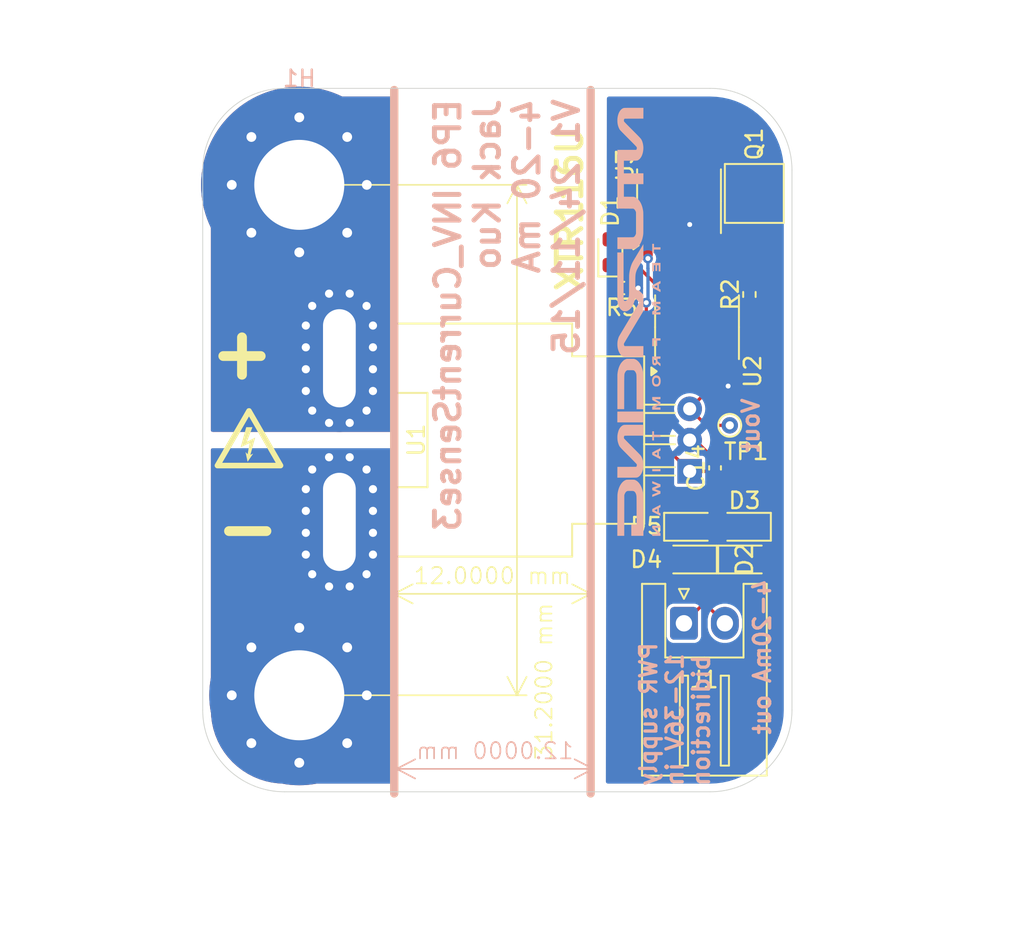
<source format=kicad_pcb>
(kicad_pcb (version 20240108) (generator "pcbnew") (generator_version "8.0")
  (title_block (title "INV_CurrentSense3") (date "2024-11-15") (rev "1.0") (company "NTURacing") (comment 1 "郭哲明 Jack Kuo") (comment 2 "Powertrain Group"))
  (layers (0 "F.Cu" signal) (31 "B.Cu" signal) (34 "B.Paste" user) (35 "F.Paste" user) (36 "B.SilkS" user "B.Silkscreen") (37 "F.SilkS" user "F.Silkscreen") (38 "B.Mask" user) (39 "F.Mask" user) (44 "Edge.Cuts" user))
  (net 0 "")
  (net 1 "GND")
  (net 2 "+5V")
  (net 3 "Net-(D1-A)")
  (net 4 "Net-(D1-K)")
  (net 5 "VCC")
  (net 6 "Net-(D2-A)")
  (net 7 "GNDPWR")
  (net 8 "Net-(D4-A)")
  (net 9 "/IP+")
  (net 10 "/IP-")
  (net 11 "Net-(Q1-E)")
  (net 12 "Net-(Q1-B)")
  (net 13 "Net-(U3-IIN)")
  (net 14 "Net-(U2A--)")
  (net 15 "/Vout")
  (footprint "Package_SO:SOIC-8_3.9x4.9mm_P1.27mm" (layer "F.Cu") (at 104.4 56.8 90)
    (property "Reference" "U3")
    (property "Value" "XTR116U")
  )
  (footprint "MountingHole:MountingHole_5.5mm_Pad_Via" (layer "F.Cu") (at 81.2 87)
    (property "Reference" "H2" (hide yes))
    (property "Value" "IP+")
  )
  (footprint "Diode_SMD:D_SOD-323" (layer "F.Cu") (at 108.4 76.7 180)
    (property "Reference" "D3")
    (property "Value" "1N4148")
  )
  (footprint "Diode_SMD:D_SOD-323" (layer "F.Cu") (at 105.1 78.7 180)
    (property "Reference" "D4")
    (property "Value" "1N4148")
  )
  (footprint "Resistor_SMD:R_0402_1005Metric" (layer "F.Cu") (at 108.7 62.5 90)
    (property "Reference" "R2")
    (property "Value" "10k")
  )
  (footprint "Resistor_SMD:R_0402_1005Metric" (layer "F.Cu") (at 100.905 62.105)
    (property "Reference" "R3")
    (property "Value" "1k")
  )
  (footprint "Diode_SMD:D_SOD-323" (layer "F.Cu") (at 105.1 76.7)
    (property "Reference" "D5")
    (property "Value" "1N4148")
  )
  (footprint "PCM_Package_TO_SOT_SMD_AKL:SOT-23" (layer "F.Cu") (at 109 56.325 -90)
    (property "Reference" "Q1")
    (property "Value" "MMBT2222A" (hide yes))
  )
  (footprint "LED_SMD:LED_0603_1608Metric" (layer "F.Cu") (at 100.205 59.9175 90)
    (property "Reference" "D1")
    (property "Value" "LED")
  )
  (footprint "Package_SO:SOIC-8_3.9x4.9mm_P1.27mm" (layer "F.Cu") (at 105.5 64.5 90)
    (property "Reference" "U2")
    (property "Value" "LM358")
  )
  (footprint "Connector_JST:JST_XH_S2B-XH-A_1x02_P2.50mm_Horizontal" (layer "F.Cu") (at 104.7 82.6)
    (property "Reference" "J1")
    (property "Value" "current")
  )
  (footprint "Capacitor_SMD:C_0402_1005Metric" (layer "F.Cu") (at 106.6 73.1 90)
    (property "Reference" "C14")
    (property "Value" "10u 6V")
  )
  (footprint "Diode_SMD:D_SOD-323" (layer "F.Cu") (at 108.4 78.7)
    (property "Reference" "D2")
    (property "Value" "1N4148")
  )
  (footprint "TestPoint:TestPoint_THTPad_D1.0mm_Drill0.5mm" (layer "F.Cu") (at 107.5 70.5)
    (property "Reference" "TP1")
    (property "Value" "Vout")
  )
  (footprint "nturt_kicad_lib_EP6:Allegro_CB_PFF" (layer "F.Cu") (at 105.05 73.31 90)
    (property "Reference" "U1")
    (property "Value" "ACS756xCB-100B-PFF")
  )
  (footprint "nturt_kicad_lib_EP6:MountingHole_5.5mm_Pad_Via_15mm_square" (layer "B.Cu") (at 81.2 55.8 180)
    (property "Reference" "H1")
    (property "Value" "IP+")
  )
  (gr_poly (pts (xy 102.760676 66.55265) (xy 102.76107 66.582393) (xy 102.761679 66.608944) (xy 102.762537 66.632572) (xy 102.763675 66.653547) (xy 102.765127 66.672139) (xy 102.766927 66.688617) (xy 102.769107 66.703251) (xy 102.77035 66.709961) (xy 102.7717 66.716311) (xy 102.773163 66.722335) (xy 102.77474 66.728067) (xy 102.776438 66.73354) (xy 102.77826 66.738788) (xy 102.78021 66.743845) (xy 102.782292 66.748745) (xy 102.78687 66.758206) (xy 102.792026 66.767442) (xy 102.797795 66.776723) (xy 102.804029 66.785021) (xy 102.811056 66.792706) (xy 102.818825 66.799761) (xy 102.827285 66.806169) (xy 102.836386 66.81191) (xy 102.846077 66.816968) (xy 102.856308 66.821326) (xy 102.867028 66.824965) (xy 102.878185 66.827869) (xy 102.889731 66.830019) (xy 102.901613 66.831397) (xy 102.913782 66.831988) (xy 102.926186 66.831772) (xy 102.938775 66.830732) (xy 102.951499 66.828851) (xy 102.964306 66.826111) (xy 102.969205 66.824885) (xy 102.973866 66.823575) (xy 102.978313 66.822163) (xy 102.982573 66.820633) (xy 102.986673 66.818966) (xy 102.990636 66.817145) (xy 102.994491 66.815153) (xy 102.998261 66.812971) (xy 103.001974 66.810583) (xy 103.005654 66.80797) (xy 103.009329 66.805116) (xy 103.013023 66.802002) (xy 103.016762 66.798611) (xy 103.020573 66.794925) (xy 103.024481 66.790928) (xy 103.028512 66.786601) (xy 103.034181 66.780308) (xy 103.03947 66.774231) (xy 103.044263 66.768518) (xy 103.046437 66.765844) (xy 103.048444 66.763317) (xy 103.050269 66.760955) (xy 103.051897 66.758778) (xy 103.053315 66.756803) (xy 103.054507 66.755049) (xy 103.05546 66.753534) (xy 103.056158 66.752279) (xy 103.056587 66.7513) (xy 103.056697 66.75092) (xy 103.056734 66.750617) (xy 103.056766 66.749923) (xy 103.056862 66.749168) (xy 103.057018 66.748358) (xy 103.05723 66.747497) (xy 103.057496 66.746591) (xy 103.057813 66.745644) (xy 103.058177 66.744662) (xy 103.058586 66.74365) (xy 103.059036 66.742613) (xy 103.059524 66.741557) (xy 103.060048 66.740486) (xy 103.060603 66.739406) (xy 103.061798 66.737238) (xy 103.063084 66.735095) (xy 103.064233 66.733918) (xy 103.065858 66.73332) (xy 103.068006 66.733334) (xy 103.070724 66.733992) (xy 103.074057 66.735329) (xy 103.078053 66.737377) (xy 103.082758 66.740169) (xy 103.088219 66.743738) (xy 103.101593 66.75334) (xy 103.118547 66.766448) (xy 103.139453 66.783326) (xy 103.164684 66.80424) (xy 103.202255 66.834633) (xy 103.233475 66.859537) (xy 103.245712 66.869124) (xy 103.255171 66.876371) (xy 103.261455 66.880955) (xy 103.263283 66.882149) (xy 103.264167 66.882555) (xy 103.264564 66.882156) (xy 103.264957 66.880986) (xy 103.265722 66.876481) (xy 103.266437 66.869347) (xy 103.267078 66.85989) (xy 103.267619 66.848415) (xy 103.268037 66.835228) (xy 103.268305 66.820636) (xy 103.2684 66.804944) (xy 103.2684 66.727333) (xy 103.176678 66.65184) (xy 103.084956 66.576345) (xy 103.084956 66.431) (xy 103.156923 66.430296) (xy 103.196408 66.430069) (xy 103.211963 66.429966) (xy 103.22502 66.429678) (xy 103.235799 66.429058) (xy 103.240403 66.428579) (xy 103.244521 66.427963) (xy 103.248178 66.427192) (xy 103.251404 66.426248) (xy 103.254226 66.425113) (xy 103.256671 66.423768) (xy 103.258766 66.422196) (xy 103.26054 66.420379) (xy 103.262019 66.418298) (xy 103.263231 66.415935) (xy 103.264205 66.413273) (xy 103.264966 66.410293) (xy 103.265544 66.406977) (xy 103.265964 66.403307) (xy 103.266445 66.394833) (xy 103.26663 66.384726) (xy 103.266989 66.359033) (xy 103.269106 66.289889) (xy 102.972067 66.289889) (xy 102.972067 66.427472) (xy 102.972067 66.546006) (xy 102.972048 66.565254) (xy 102.971982 66.58235) (xy 102.971853 66.597441) (xy 102.971648 66.610674) (xy 102.971352 66.622196) (xy 102.970951 66.632152) (xy 102.970706 66.63659) (xy 102.97043 66.640691) (xy 102.97012 66.644474) (xy 102.969774 66.647958) (xy 102.969391 66.651161) (xy 102.96897 66.654101) (xy 102.968507 66.656797) (xy 102.968002 66.659267) (xy 102.967452 66.661528) (xy 102.966856 66.663601) (xy 102.966213 66.665502) (xy 102.965519 66.667251) (xy 102.964773 66.668865) (xy 102.963974 66.670364) (xy 102.96312 66.671764) (xy 102.962209 66.673086) (xy 102.961238 66.674346) (xy 102.960207 66.675564) (xy 102.959114 66.676757) (xy 102.957956 66.677945) (xy 102.956116 66.679673) (xy 102.954171 66.681285) (xy 102.952129 66.682782) (xy 102.949996 66.684165) (xy 102.947782 66.685432) (xy 102.945492 66.686586) (xy 102.943133 66.687625) (xy 102.940714 66.68855) (xy 102.938241 66.689361) (xy 102.935721 66.690059) (xy 102.933163 66.690644) (xy 102.930572 66.691116) (xy 102.927956 66.691475) (xy 102.925323 66.691722) (xy 102.922679 66.691856) (xy 102.920032 66.691879) (xy 102.91739 66.69179) (xy 102.914759 66.69159) (xy 102.912146 66.691279) (xy 102.909559 66.690857) (xy 102.907006 66.690324) (xy 102.904492 66.689681) (xy 102.902027 66.688928) (xy 102.899616 66.688065) (xy 102.897266 66.687093) (xy 102.894987 66.686011) (xy 102.892783 66.684821) (xy 102.890664 66.683521) (xy 102.888635 66.682113) (xy 102.886705 66.680597) (xy 102.88488 66.678972) (xy 102.883167 66.67724) (xy 102.881039 66.674681) (xy 102.879142 66.671951) (xy 102.877457 66.668927) (xy 102.875968 66.665488) (xy 102.874657 66.661511) (xy 102.873506 66.656875) (xy 102.872497 66.651457) (xy 102.871614 66.645137) (xy 102.870152 66.629298) (xy 102.868979 66.608382) (xy 102.867955 66.581414) (xy 102.866939 66.547417) (xy 102.864823 66.432411) (xy 102.918445 66.429589) (xy 102.972067 66.427472) (xy 102.972067 66.289889) (xy 102.760401 66.289889) (xy 102.760401 66.482506)) (stroke (width -0.000001)) (fill solid) (layer "B.SilkS"))
  (gr_poly (pts (xy 102.761812 72.232782) (xy 102.763928 72.308983) (xy 102.894456 72.378129) (xy 103.050064 72.459498) (xy 103.165654 72.519503) (xy 103.238249 72.556621) (xy 103.257493 72.566123) (xy 103.264873 72.569333) (xy 103.265253 72.568942) (xy 103.2656 72.567796) (xy 103.266196 72.56339) (xy 103.266659 72.556422) (xy 103.266989 72.547196) (xy 103.267254 72.523196) (xy 103.266989 72.493839) (xy 103.264873 72.417638) (xy 103.2176 72.392943) (xy 103.169623 72.368249) (xy 103.169623 72.092379) (xy 103.219011 72.068388) (xy 103.2684 72.044401) (xy 103.2684 71.89059) (xy 103.114589 71.970316) (xy 103.067777 71.994505) (xy 103.067777 72.148042) (xy 103.068022 72.148117) (xy 103.068395 72.14882) (xy 103.06872 72.150373) (xy 103.069235 72.155845) (xy 103.069586 72.164178) (xy 103.069787 72.175016) (xy 103.069809 72.202786) (xy 103.069434 72.23631) (xy 103.067317 72.320978) (xy 102.979123 72.276527) (xy 102.890928 72.232782) (xy 102.978417 72.18904) (xy 102.995984 72.180336) (xy 103.01246 72.172326) (xy 103.027481 72.165177) (xy 103.040682 72.159053) (xy 103.051701 72.15412) (xy 103.060173 72.150542) (xy 103.063341 72.149314) (xy 103.065735 72.148486) (xy 103.067311 72.14808) (xy 103.067777 72.148042) (xy 103.067777 71.994505) (xy 102.98265 72.038491) (xy 102.923891 72.069238) (xy 102.880345 72.092379) (xy 102.847316 72.110072) (xy 102.817198 72.12598) (xy 102.793429 72.138316) (xy 102.785001 72.142587) (xy 102.779451 72.145294) (xy 102.759695 72.155878)) (stroke (width -0.000001)) (fill solid) (layer "B.SilkS"))
  (gr_poly (pts (xy 101.217351 73.698222) (xy 101.387137 73.698143) (xy 101.52247 73.697858) (xy 101.627459 73.697292) (xy 101.706212 73.69637) (xy 101.76284 73.695018) (xy 101.784141 73.694157) (xy 101.801451 73.693161) (xy 101.815285 73.692021) (xy 101.826155 73.690726) (xy 101.834576 73.689269) (xy 101.841062 73.687638) (xy 101.862421 73.680425) (xy 101.883361 73.671645) (xy 101.903861 73.661338) (xy 101.923901 73.649547) (xy 101.962527 73.621674) (xy 101.999084 73.588354) (xy 102.033417 73.549916) (xy 102.065371 73.506689) (xy 102.09479 73.459001) (xy 102.12152 73.407181) (xy 102.145406 73.351557) (xy 102.166293 73.292459) (xy 102.184025 73.230215) (xy 102.198448 73.165153) (xy 102.209406 73.097602) (xy 102.216745 73.027892) (xy 102.22031 72.95635) (xy 102.219945 72.883305) (xy 102.218316 72.847766) (xy 102.215806 72.812845) (xy 102.212411 72.778529) (xy 102.208127 72.744807) (xy 102.202951 72.711669) (xy 102.196877 72.679101) (xy 102.189902 72.647094) (xy 102.182022 72.615636) (xy 102.173232 72.584715) (xy 102.163528 72.55432) (xy 102.152907 72.52444) (xy 102.141364 72.495063) (xy 102.128895 72.466178) (xy 102.115495 72.437773) (xy 102.101162 72.409838) (xy 102.085889 72.38236) (xy 102.072955 72.362346) (xy 102.053456 72.337337) (xy 102.02301 72.302738) (xy 101.977234 72.25395) (xy 101.822166 72.09542) (xy 101.553195 71.824972) (xy 101.327726 71.597861) (xy 101.240755 71.509568) (xy 101.170255 71.437358) (xy 101.115696 71.380659) (xy 101.076548 71.3389) (xy 101.062589 71.323445) (xy 101.052284 71.311511) (xy 101.045567 71.303027) (xy 101.042373 71.297921) (xy 101.040498 71.29286) (xy 101.038838 71.287612) (xy 101.037391 71.282195) (xy 101.036153 71.276628) (xy 101.03512 71.270932) (xy 101.03429 71.265124) (xy 101.033223 71.253252) (xy 101.032925 71.241164) (xy 101.033369 71.229015) (xy 101.034528 71.216956) (xy 101.036376 71.205142) (xy 101.038885 71.193724) (xy 101.042029 71.182856) (xy 101.04578 71.172691) (xy 101.047875 71.16792) (xy 101.050112 71.163382) (xy 101.052488 71.159096) (xy 101.054998 71.155082) (xy 101.057641 71.151358) (xy 101.060411 71.147943) (xy 101.063307 71.144857) (xy 101.066325 71.142119) (xy 101.069461 71.139748) (xy 101.072712 71.137763) (xy 101.084443 71.135808) (xy 101.112587 71.134167) (xy 101.220261 71.131763) (xy 101.400035 71.130418) (xy 101.656206 71.129999) (xy 102.224884 71.129999) (xy 102.224179 70.798388) (xy 102.223473 70.466779) (xy 101.638567 70.466779) (xy 101.451058 70.466835) (xy 101.307948 70.467099) (xy 101.250961 70.467352) (xy 101.202575 70.467709) (xy 101.161957 70.468188) (xy 101.128274 70.468807) (xy 101.100693 70.469583) (xy 101.078381 70.470533) (xy 101.060505 70.471676) (xy 101.046231 70.473029) (xy 101.040186 70.473789) (xy 101.034728 70.474609) (xy 101.029755 70.475489) (xy 101.025161 70.476433) (xy 101.016698 70.47852) (xy 101.008506 70.480888) (xy 100.989015 70.487704) (xy 100.969719 70.495962) (xy 100.950648 70.505629) (xy 100.931832 70.516674) (xy 100.913302 70.529067) (xy 100.895087 70.542777) (xy 100.877217 70.557773) (xy 100.859722 70.574023) (xy 100.842633 70.591497) (xy 100.825978 70.610164) (xy 100.809789 70.629992) (xy 100.794095 70.650951) (xy 100.778925 70.673009) (xy 100.764311 70.696136) (xy 100.750282 70.720301) (xy 100.736867 70.745473) (xy 100.728797 70.762277) (xy 100.720755 70.780823) (xy 100.712788 70.800934) (xy 100.704941 70.822433) (xy 100.689788 70.868888) (xy 100.675661 70.918774) (xy 100.662922 70.970677) (xy 100.651936 71.023185) (xy 100.643067 71.074882) (xy 100.636679 71.124355) (xy 100.634523 71.15399) (xy 100.633327 71.189718) (xy 100.633057 71.229564) (xy 100.63368 71.271552) (xy 100.635163 71.313705) (xy 100.637472 71.354047) (xy 100.640576 71.390603) (xy 100.64444 71.421396) (xy 100.649496 71.45153) (xy 100.656048 71.483749) (xy 100.663874 71.51729) (xy 100.67275 71.551394) (xy 100.682453 71.585299) (xy 100.692759 71.618245) (xy 100.703446 71.649471) (xy 100.71429 71.678217) (xy 100.733983 71.724724) (xy 100.744206 71.74582) (xy 100.755818 71.766775) (xy 100.769676 71.78856) (xy 100.786633 71.81215) (xy 100.807544 71.838515) (xy 100.833264 71.868629) (xy 100.90255 71.943992) (xy 101.001329 72.046021) (xy 101.314717 72.361195) (xy 101.506871 72.555156) (xy 101.665026 72.716441) (xy 101.726268 72.779663) (xy 101.77291 72.828514) (xy 101.802915 72.860928) (xy 101.811044 72.870325) (xy 101.814251 72.874838) (xy 101.815754 72.87909) (xy 101.81709 72.883501) (xy 101.819271 72.892744) (xy 101.820813 72.902455) (xy 101.821736 72.91252) (xy 101.82206 72.922824) (xy 101.821804 72.933254) (xy 101.820987 72.943696) (xy 101.819631 72.954037) (xy 101.817753 72.964164) (xy 101.815374 72.973961) (xy 101.812513 72.983316) (xy 101.809191 72.992115) (xy 101.805426 73.000245) (xy 101.801238 73.00759) (xy 101.798992 73.010934) (xy 101.796647 73.014039) (xy 101.794207 73.016891) (xy 101.791673 73.019477) (xy 101.775445 73.034999) (xy 101.203945 73.03641) (xy 100.633151 73.038527) (xy 100.63174 73.368727) (xy 100.630329 73.698222)) (stroke (width -0.000001)) (fill solid) (layer "B.SilkS"))
  (gr_poly (pts (xy 102.74942 67.799578) (xy 102.749817 67.813889) (xy 102.751637 67.841797) (xy 102.754453 67.868377) (xy 102.756236 67.881173) (xy 102.758269 67.893643) (xy 102.760554 67.905786) (xy 102.76309 67.917606) (xy 102.765879 67.929103) (xy 102.76892 67.94028) (xy 102.772215 67.951137) (xy 102.775763 67.961676) (xy 102.779565 67.971899) (xy 102.783622 67.981807) (xy 102.787935 67.991402) (xy 102.792503 68.000685) (xy 102.797328 68.009659) (xy 102.802409 68.018323) (xy 102.807748 68.026681) (xy 102.813345 68.034734) (xy 102.8192 68.042482) (xy 102.825314 68.049929) (xy 102.831687 68.057074) (xy 102.83832 68.063921) (xy 102.845214 68.070469) (xy 102.852369 68.076722) (xy 102.859785 68.08268) (xy 102.867463 68.088345) (xy 102.875404 68.093718) (xy 102.883608 68.098802) (xy 102.892075 68.103597) (xy 102.900806 68.108106) (xy 102.913095 68.114019) (xy 102.918706 68.116479) (xy 102.924111 68.118634) (xy 102.929426 68.120503) (xy 102.934764 68.122108) (xy 102.940238 68.123466) (xy 102.945962 68.124598) (xy 102.952049 68.125523) (xy 102.958615 68.126261) (xy 102.965771 68.126832) (xy 102.973633 68.127255) (xy 102.991925 68.127736) (xy 103.014401 68.127862) (xy 103.035504 68.127716) (xy 103.044734 68.127517) (xy 103.053184 68.127222) (xy 103.060932 68.126819) (xy 103.068053 68.126299) (xy 103.074625 68.12565) (xy 103.080723 68.124863) (xy 103.086424 68.123927) (xy 103.091805 68.122832) (xy 103.096942 68.121567) (xy 103.101911 68.120122) (xy 103.10679 68.118488) (xy 103.111654 68.116652) (xy 103.11658 68.114606) (xy 103.121645 68.112339) (xy 103.140612 68.102641) (xy 103.158356 68.091537) (xy 103.174876 68.079031) (xy 103.190172 68.065122) (xy 103.204245 68.049811) (xy 103.217093 68.0331) (xy 103.228719 68.01499) (xy 103.23912 67.995481) (xy 103.248298 67.974575) (xy 103.256252 67.952273) (xy 103.262982 67.928575) (xy 103.268489 67.903484) (xy 103.272772 67.876999) (xy 103.275831 67.849121) (xy 103.277667 67.819853) (xy 103.278278 67.789195) (xy 103.278029 67.769562) (xy 103.27728 67.750486) (xy 103.276035 67.731968) (xy 103.274294 67.714012) (xy 103.272061 67.696618) (xy 103.269335 67.679791) (xy 103.266119 67.663531) (xy 103.262414 67.647841) (xy 103.258223 67.632724) (xy 103.253547 67.618182) (xy 103.248387 67.604217) (xy 103.242746 67.590832) (xy 103.236624 67.578028) (xy 103.230024 67.565809) (xy 103.222947 67.554176) (xy 103.215396 67.543132) (xy 103.207371 67.532679) (xy 103.198874 67.52282) (xy 103.189907 67.513557) (xy 103.180472 67.504891) (xy 103.17057 67.496827) (xy 103.160204 67.489365) (xy 103.149374 67.482508) (xy 103.138082 67.476259) (xy 103.126331 67.470619) (xy 103.114121 67.465591) (xy 103.101455 67.461178) (xy 103.088334 67.457382) (xy 103.074759 67.454205) (xy 103.060733 67.451649) (xy 103.046258 67.449717) (xy 103.031334 67.448411) (xy 103.01739 67.447848) (xy 103.015106 67.447853) (xy 103.015106 67.588111) (xy 103.024752 67.588348) (xy 103.034111 67.589056) (xy 103.043179 67.590232) (xy 103.051955 67.591871) (xy 103.060434 67.59397) (xy 103.068616 67.596524) (xy 103.076497 67.59953) (xy 103.084074 67.602982) (xy 103.091345 67.606879) (xy 103.098308 67.611214) (xy 103.10496 67.615985) (xy 103.111299 67.621188) (xy 103.11732 67.626818) (xy 103.123024 67.632871) (xy 103.128405 67.639343) (xy 103.133463 67.646231) (xy 103.138194 67.65353) (xy 103.142596 67.661237) (xy 103.146666 67.669347) (xy 103.150402 67.677856) (xy 103.153801 67.68676) (xy 103.15686 67.696056) (xy 103.16195 67.715806) (xy 103.16565 67.737073) (xy 103.167941 67.759825) (xy 103.168802 67.784031) (xy 103.168212 67.809657) (xy 103.166391 67.831925) (xy 103.165106 67.842497) (xy 103.16357 67.852697) (xy 103.161782 67.862525) (xy 103.159741 67.871983) (xy 103.157445 67.881072) (xy 103.154894 67.889792) (xy 103.152087 67.898146) (xy 103.149022 67.906134) (xy 103.145699 67.913757) (xy 103.142117 67.921017) (xy 103.138274 67.927914) (xy 103.13417 67.934451) (xy 103.129803 67.940628) (xy 103.125173 67.946446) (xy 103.120278 67.951906) (xy 103.115117 67.95701) (xy 103.10969 67.961758) (xy 103.103995 67.966153) (xy 103.098031 67.970194) (xy 103.091798 67.973884) (xy 103.085294 67.977223) (xy 103.078518 67.980213) (xy 103.071469 67.982854) (xy 103.064146 67.985148) (xy 103.056549 67.987097) (xy 103.048675 67.9887) (xy 103.040525 67.98996) (xy 103.032096 67.990877) (xy 103.023388 67.991453) (xy 103.014401 67.991689) (xy 103.0025 67.991381) (xy 102.991132 67.990454) (xy 102.985644 67.989755) (xy 102.980283 67.988898) (xy 102.975049 67.987882) (xy 102.969939 67.986706) (xy 102.964953 67.985368) (xy 102.960088 67.983868) (xy 102.955342 67.982205) (xy 102.950715 67.980378) (xy 102.946203 67.978385) (xy 102.941806 67.976226) (xy 102.937523 67.973899) (xy 102.93335 67.971404) (xy 102.929287 67.96874) (xy 102.925332 67.965905) (xy 102.921483 67.962898) (xy 102.917738 67.959719) (xy 102.914096 67.956366) (xy 102.910556 67.952838) (xy 102.907115 67.949135) (xy 102.903772 67.945255) (xy 102.900525 67.941197) (xy 102.897372 67.936961) (xy 102.894312 67.932544) (xy 102.891343 67.927947) (xy 102.885672 67.918206) (xy 102.880345 67.907729) (xy 102.87632 67.898135) (xy 102.872716 67.887206) (xy 102.869542 67.875124) (xy 102.866807 67.862077) (xy 102.864518 67.848248) (xy 102.862684 67.833823) (xy 102.861313 67.818986) (xy 102.860413 67.803923) (xy 102.859992 67.788819) (xy 102.86006 67.773858) (xy 102.860624 67.759226) (xy 102.861692 67.745108) (xy 102.863272 67.731689) (xy 102.865374 67.719153) (xy 102.868005 67.707686) (xy 102.871173 67.697472) (xy 102.876533 67.683803) (xy 102.882306 67.671098) (xy 102.888506 67.659346) (xy 102.89515 67.648535) (xy 102.902253 67.638655) (xy 102.905982 67.63406) (xy 102.909831 67.629693) (xy 102.913802 67.625553) (xy 102.917898 67.621639) (xy 102.92212 67.617949) (xy 102.926471 67.614481) (xy 102.930951 67.611234) (xy 102.935564 67.608208) (xy 102.940311 67.605399) (xy 102.945194 67.602808) (xy 102.950215 67.600431) (xy 102.955376 67.598269) (xy 102.960678 67.59632) (xy 102.966125 67.594582) (xy 102.971717 67.593054) (xy 102.977457 67.591734) (xy 102.989388 67.589713) (xy 103.001932 67.588509) (xy 103.015106 67.588111) (xy 103.015106 67.447853) (xy 103.003741 67.447876) (xy 102.99039 67.448491) (xy 102.977342 67.449689) (xy 102.964603 67.451464) (xy 102.952176 67.453814) (xy 102.940066 67.456734) (xy 102.928279 67.460218) (xy 102.916817 67.464265) (xy 102.905688 67.468868) (xy 102.894894 67.474023) (xy 102.88444 67.479727) (xy 102.874332 67.485976) (xy 102.864574 67.492764) (xy 102.85517 67.500088) (xy 102.846125 67.507943) (xy 102.837444 67.516325) (xy 102.829132 67.52523) (xy 102.821193 67.534654) (xy 102.813631 67.544591) (xy 102.806452 67.555039) (xy 102.79966 67.565993) (xy 102.793259 67.577449) (xy 102.787255 67.589401) (xy 102.781652 67.601847) (xy 102.776455 67.614781) (xy 102.771668 67.6282) (xy 102.767296 67.642099) (xy 102.763343 67.656473) (xy 102.759815 67.67132) (xy 102.75405 67.702411) (xy 102.752595 67.712786) (xy 102.751404 67.725088) (xy 102.750478 67.738861) (xy 102.749817 67.753652) (xy 102.74942 67.769005) (xy 102.749288 67.784465)) (stroke (width -0.000001)) (fill solid) (layer "B.SilkS"))
  (gr_poly (pts (xy 102.873289 71.426332) (xy 102.873289 71.214667) (xy 103.269106 71.214667) (xy 103.266989 71.146227) (xy 103.264873 71.077084) (xy 103.068728 71.074967) (xy 102.873289 71.073556) (xy 102.873289 70.861889) (xy 102.760401 70.861889) (xy 102.760401 71.426332)) (stroke (width -0.000001)) (fill solid) (layer "B.SilkS"))
  (gr_line (start 99 50) (end 99 93) (stroke (width 0.5)) (layer "B.SilkS"))
  (gr_poly (pts (xy 101.052956 77.254223) (xy 101.054367 76.011034) (xy 101.056484 74.767138) (xy 101.072712 74.721278) (xy 101.079949 74.702201) (xy 101.08738 74.684116) (xy 101.095017 74.66701) (xy 101.102874 74.650865) (xy 101.110963 74.635668) (xy 101.119295 74.621402) (xy 101.127884 74.608051) (xy 101.136741 74.595601) (xy 101.145879 74.584035) (xy 101.155311 74.573338) (xy 101.165049 74.563496) (xy 101.175106 74.554491) (xy 101.185493 74.546309) (xy 101.196223 74.538934) (xy 101.207308 74.532351) (xy 101.218762 74.526544) (xy 101.230599 74.521158) (xy 101.236277 74.518956) (xy 101.242155 74.517052) (xy 101.248505 74.515426) (xy 101.255597 74.514055) (xy 101.263701 74.512918) (xy 101.27309 74.511992) (xy 101.2968 74.51069) (xy 101.328895 74.509975) (xy 101.426901 74.509611) (xy 101.480085 74.509698) (xy 101.502254 74.509829) (xy 101.521776 74.510041) (xy 101.538875 74.510347) (xy 101.553777 74.510764) (xy 101.566707 74.511307) (xy 101.57789 74.511992) (xy 101.587551 74.512834) (xy 101.595917 74.513848) (xy 101.603212 74.515051) (xy 101.609662 74.516457) (xy 101.615491 74.518082) (xy 101.620926 74.519942) (xy 101.626191 74.522052) (xy 101.631512 74.524428) (xy 101.648614 74.53315) (xy 101.664978 74.543668) (xy 101.680574 74.555927) (xy 101.695376 74.56987) (xy 101.709355 74.585442) (xy 101.722483 74.602588) (xy 101.734733 74.62125) (xy 101.746076 74.641374) (xy 101.756486 74.662903) (xy 101.765933 74.685782) (xy 101.774389 74.709956) (xy 101.781828 74.735367) (xy 101.788221 74.761961) (xy 101.79354 74.789681) (xy 101.797758 74.818472) (xy 101.800845 74.848278) (xy 101.803436 74.943473) (xy 101.805696 75.143112) (xy 101.807901 75.746449) (xy 101.807901 76.562777) (xy 101.483345 76.562777) (xy 101.483345 77.254223) (xy 102.224179 77.254223) (xy 102.223473 76.042782) (xy 102.221003 75.164014) (xy 102.218909 74.878947) (xy 102.216417 74.753026) (xy 102.213173 74.718116) (xy 102.209252 74.683684) (xy 102.204635 74.649617) (xy 102.199308 74.615797) (xy 102.193253 74.58211) (xy 102.186453 74.54844) (xy 102.178893 74.51467) (xy 102.170556 74.480685) (xy 102.154281 74.420857) (xy 102.135934 74.363154) (xy 102.115595 74.30768) (xy 102.093342 74.254543) (xy 102.069253 74.20385) (xy 102.043407 74.155706) (xy 102.015883 74.110218) (xy 101.986759 74.067493) (xy 101.956114 74.027637) (xy 101.924025 73.990757) (xy 101.907465 73.973466) (xy 101.890573 73.956958) (xy 101.873359 73.941248) (xy 101.855834 73.926348) (xy 101.838008 73.912272) (xy 101.819889 73.899033) (xy 101.801488 73.886644) (xy 101.782815 73.875119) (xy 101.763879 73.864471) (xy 101.744691 73.854713) (xy 101.72526 73.845859) (xy 101.705595 73.837921) (xy 101.691247 73.832768) (xy 101.676932 73.828838) (xy 101.659706 73.825966) (xy 101.636627 73.823987) (xy 101.60475 73.822736) (xy 101.561133 73.822047) (xy 101.426901 73.821693) (xy 101.350971 73.821754) (xy 101.292669 73.822047) (xy 101.269208 73.822331) (xy 101.249051 73.822736) (xy 101.231829 73.823281) (xy 101.217174 73.823987) (xy 101.204719 73.824876) (xy 101.194095 73.825966) (xy 101.189355 73.826594) (xy 101.184934 73.82728) (xy 101.180788 73.828028) (xy 101.17687 73.828838) (xy 101.169532 73.830661) (xy 101.162554 73.832768) (xy 101.155569 73.835182) (xy 101.148206 73.837921) (xy 101.098217 73.860144) (xy 101.049945 73.888268) (xy 101.003541 73.92203) (xy 100.959151 73.961163) (xy 100.916922 74.005401) (xy 100.877004 74.054479) (xy 100.839544 74.108132) (xy 100.804689 74.166093) (xy 100.772587 74.228098) (xy 100.743387 74.29388) (xy 100.717235 74.363174) (xy 100.694281 74.435714) (xy 100.67467 74.511235) (xy 100.658552 74.589471) (xy 100.646074 74.670157) (xy 100.637384 74.753026) (xy 100.633063 75.159868) (xy 100.630329 76.039254) (xy 100.629623 77.254223)) (stroke (width -0.000001)) (fill solid) (layer "B.SilkS"))
  (gr_poly (pts (xy 100.633151 69.510751) (xy 101.049429 69.510751) (xy 101.05084 68.472173) (xy 101.051541 68.095086) (xy 101.051942 67.943978) (xy 101.052482 67.815158) (xy 101.053242 67.706624) (xy 101.0543 67.616375) (xy 101.055736 67.542407) (xy 101.056621 67.510904) (xy 101.057631 67.48272) (xy 101.058774 67.457606) (xy 101.060062 67.435311) (xy 101.061505 67.415585) (xy 101.063111 67.398178) (xy 101.064892 67.38284) (xy 101.066856 67.36932) (xy 101.069015 67.357368) (xy 101.071378 67.346735) (xy 101.073955 67.337168) (xy 101.076755 67.328419) (xy 101.07979 67.320238) (xy 101.083068 67.312373) (xy 101.090395 67.296593) (xy 101.098817 67.279077) (xy 101.104858 67.266628) (xy 101.11083 67.254923) (xy 101.116762 67.243929) (xy 101.122685 67.233613) (xy 101.128629 67.223942) (xy 101.134623 67.214883) (xy 101.140698 67.206403) (xy 101.146883 67.198468) (xy 101.15321 67.191046) (xy 101.159706 67.184104) (xy 101.166403 67.177608) (xy 101.173331 67.171525) (xy 101.180519 67.165823) (xy 101.187997 67.160467) (xy 101.195796 67.155427) (xy 101.203945 67.150667) (xy 101.239929 67.1295) (xy 101.42549 67.1295) (xy 101.480279 67.129581) (xy 101.523948 67.129886) (xy 101.542085 67.13015) (xy 101.558009 67.130504) (xy 101.571909 67.13096) (xy 101.583975 67.131528) (xy 101.594396 67.132221) (xy 101.60336 67.133048) (xy 101.611057 67.134023) (xy 101.617676 67.135155) (xy 101.623407 67.136457) (xy 101.628437 67.13794) (xy 101.632958 67.139616) (xy 101.637156 67.141494) (xy 101.645091 67.14565) (xy 101.653008 67.150433) (xy 101.66089 67.155822) (xy 101.668719 67.161801) (xy 101.676478 67.168351) (xy 101.684149 67.175452) (xy 101.691714 67.183087) (xy 101.699157 67.191237) (xy 101.706459 67.199882) (xy 101.713603 67.209005) (xy 101.720571 67.218587) (xy 101.727346 67.228609) (xy 101.73391 67.239053) (xy 101.740246 67.2499) (xy 101.746336 67.261131) (xy 101.752162 67.272729) (xy 101.770151 67.309422) (xy 101.783361 67.344552) (xy 101.792569 67.395078) (xy 101.798552 67.477957) (xy 101.802088 67.610148) (xy 101.803954 67.808609) (xy 101.805784 68.472173) (xy 101.808606 69.514279) (xy 102.224884 69.514279) (xy 102.222062 68.436895) (xy 102.220353 67.866541) (xy 102.219271 67.673357) (xy 102.217917 67.530079) (xy 102.216198 67.428143) (xy 102.214025 67.358982) (xy 102.21274 67.334015) (xy 102.211306 67.31403) (xy 102.209714 67.297956) (xy 102.207951 67.284722) (xy 102.198154 67.226127) (xy 102.187021 67.169409) (xy 102.174557 67.114579) (xy 102.160767 67.061645) (xy 102.145653 67.010618) (xy 102.129221 66.961505) (xy 102.111474 66.914317) (xy 102.092416 66.869062) (xy 102.072052 66.825751) (xy 102.050386 66.784392) (xy 102.027422 66.744994) (xy 102.003163 66.707568) (xy 101.977615 66.672121) (xy 101.950781 66.638664) (xy 101.922666 66.607206) (xy 101.893273 66.577757) (xy 101.880304 66.565727) (xy 101.867807 66.554479) (xy 101.855706 66.543966) (xy 101.843928 66.534145) (xy 101.832398 66.524967) (xy 101.821042 66.51639) (xy 101.809785 66.508366) (xy 101.798552 66.500851) (xy 101.78727 66.493799) (xy 101.775864 66.487164) (xy 101.76426 66.480902) (xy 101.752382 66.474966) (xy 101.740158 66.469311) (xy 101.727512 66.463892) (xy 101.714369 66.458663) (xy 101.700656 66.453578) (xy 101.649151 66.434528) (xy 101.204651 66.434528) (xy 101.153145 66.453578) (xy 101.141796 66.457915) (xy 101.129686 66.462871) (xy 101.117178 66.468275) (xy 101.104638 66.473951) (xy 101.092429 66.479726) (xy 101.080914 66.485427) (xy 101.070457 66.49088) (xy 101.061423 66.495911) (xy 101.049859 66.50315) (xy 101.037242 66.512052) (xy 101.023743 66.522444) (xy 101.009532 66.534155) (xy 100.994778 66.54701) (xy 100.979654 66.560838) (xy 100.96433 66.575465) (xy 100.948975 66.59072) (xy 100.933761 66.60643) (xy 100.918858 66.622422) (xy 100.904437 66.638524) (xy 100.890668 66.654562) (xy 100.877721 66.670365) (xy 100.865768 66.685759) (xy 100.854978 66.700573) (xy 100.845523 66.714633) (xy 100.823729 66.749622) (xy 100.803062 66.785788) (xy 100.783525 66.823118) (xy 100.765123 66.861598) (xy 100.747857 66.901215) (xy 100.731732 66.941956) (xy 100.716749 66.983807) (xy 100.702913 67.026754) (xy 100.690226 67.070784) (xy 100.678691 67.115884) (xy 100.668312 67.16204) (xy 100.659091 67.209239) (xy 100.651032 67.257468) (xy 100.644138 67.306712) (xy 100.638412 67.356959) (xy 100.633856 67.408195) (xy 100.632445 68.473583)) (stroke (width -0.000001)) (fill solid) (layer "B.SilkS"))
  (gr_line (start 87 50) (end 87 93) (stroke (width 0.5)) (layer "B.SilkS"))
  (gr_poly (pts (xy 102.926206 74.11591) (xy 102.990511 74.141597) (xy 103.04324 74.163183) (xy 103.063548 74.171735) (xy 103.078904 74.178418) (xy 103.08862 74.182952) (xy 103.091149 74.184325) (xy 103.091794 74.184773) (xy 103.092012 74.185055) (xy 103.091149 74.185777) (xy 103.08862 74.187125) (xy 103.078904 74.19156) (xy 103.04324 74.206399) (xy 102.990511 74.227323) (xy 102.926206 74.252084) (xy 102.760401 74.315583) (xy 102.761812 74.392489) (xy 102.763928 74.468688) (xy 102.795678 74.481388) (xy 102.967834 74.544889) (xy 103.107534 74.596396) (xy 102.936084 74.664833) (xy 102.763928 74.733979) (xy 102.761812 74.805238) (xy 102.761645 74.819643) (xy 102.761668 74.833031) (xy 102.761874 74.845112) (xy 102.762252 74.855598) (xy 102.762504 74.860152) (xy 102.762797 74.864199) (xy 102.763128 74.867701) (xy 102.763498 74.870624) (xy 102.763905 74.872932) (xy 102.764349 74.874586) (xy 102.764584 74.875158) (xy 102.764827 74.875553) (xy 102.765079 74.875767) (xy 102.76534 74.875795) (xy 102.786848 74.867879) (xy 102.841628 74.846338) (xy 103.017928 74.775605) (xy 103.264873 74.675417) (xy 103.264873 74.521606) (xy 103.100478 74.458105) (xy 103.037056 74.433046) (xy 103.009557 74.421952) (xy 102.985737 74.412156) (xy 102.966251 74.403914) (xy 102.951749 74.397483) (xy 102.946573 74.395027) (xy 102.942887 74.393119) (xy 102.940775 74.391792) (xy 102.940334 74.391357) (xy 102.940317 74.391078) (xy 102.942613 74.389711) (xy 102.947703 74.387286) (xy 102.965011 74.379789) (xy 102.989728 74.369647) (xy 103.019339 74.357917) (xy 103.098626 74.327224) (xy 103.181617 74.294416) (xy 103.2684 74.261256) (xy 103.2684 74.110268) (xy 103.019339 74.010077) (xy 102.9227 73.971206) (xy 102.842598 73.939346) (xy 102.787366 73.917805) (xy 102.771681 73.911937) (xy 102.76534 73.909889) (xy 102.765077 73.909981) (xy 102.764819 73.910255) (xy 102.764317 73.911328) (xy 102.763836 73.91307) (xy 102.763377 73.915446) (xy 102.762536 73.921944) (xy 102.761812 73.930527) (xy 102.761219 73.940896) (xy 102.760775 73.952752) (xy 102.760497 73.9658) (xy 102.760401 73.97974) (xy 102.760401 74.049589)) (stroke (width -0.000001)) (fill solid) (layer "B.SilkS"))
  (gr_poly (pts (xy 102.873289 59.968112) (xy 102.873289 59.756446) (xy 103.2684 59.756446) (xy 103.2684 59.615334) (xy 102.873289 59.615334) (xy 102.873289 59.403667) (xy 102.760401 59.403667) (xy 102.760401 59.968112)) (stroke (width -0.000001)) (fill solid) (layer "B.SilkS"))
  (gr_poly (pts (xy 102.873289 61.08289) (xy 102.873289 60.717412) (xy 102.912095 60.71459) (xy 102.9509 60.712473) (xy 102.9509 61.061723) (xy 103.063789 61.061723) (xy 103.063789 60.716001) (xy 103.102595 60.716001) (xy 103.110436 60.71597) (xy 103.117963 60.71588) (xy 103.124993 60.715741) (xy 103.131346 60.71556) (xy 103.136839 60.715347) (xy 103.14129 60.715108) (xy 103.144518 60.714853) (xy 103.145615 60.714722) (xy 103.146339 60.71459) (xy 103.147 60.715302) (xy 103.147659 60.717903) (xy 103.148963 60.728392) (xy 103.150234 60.745298) (xy 103.151455 60.767859) (xy 103.153682 60.826905) (xy 103.155512 60.899445) (xy 103.159039 61.086418) (xy 103.264873 61.086418) (xy 103.266989 60.827478) (xy 103.2684 60.567834) (xy 102.760401 60.567834) (xy 102.760401 61.08289)) (stroke (width -0.000001)) (fill solid) (layer "B.SilkS"))
  (gr_poly (pts (xy 103.00805 75.90026) (xy 103.184792 75.992688) (xy 103.240024 76.021307) (xy 103.255709 76.02925) (xy 103.26205 76.032199) (xy 103.262379 76.032231) (xy 103.262703 76.032064) (xy 103.263336 76.031157) (xy 103.263946 76.029514) (xy 103.264531 76.027172) (xy 103.26561 76.020541) (xy 103.266548 76.011562) (xy 103.267321 76.000533) (xy 103.267904 75.98775) (xy 103.268272 75.973512) (xy 103.2684 75.958117) (xy 103.2684 75.881212) (xy 103.219011 75.857221) (xy 103.169623 75.833234) (xy 103.169623 75.55454) (xy 103.216895 75.531256) (xy 103.264873 75.507973) (xy 103.266989 75.432477) (xy 103.267186 75.417048) (xy 103.267243 75.402711) (xy 103.267151 75.389764) (xy 103.266901 75.378502) (xy 103.266486 75.369226) (xy 103.266215 75.365425) (xy 103.265898 75.362231) (xy 103.265536 75.359683) (xy 103.265128 75.357816) (xy 103.264906 75.35715) (xy 103.264672 75.356669) (xy 103.264426 75.356377) (xy 103.264167 75.356278) (xy 103.243916 75.366057) (xy 103.191583 75.392703) (xy 103.065465 75.458026) (xy 103.065465 75.611671) (xy 103.065729 75.61188) (xy 103.066253 75.612954) (xy 103.066769 75.614867) (xy 103.067273 75.617576) (xy 103.068226 75.625207) (xy 103.069081 75.635501) (xy 103.069803 75.64811) (xy 103.07036 75.662687) (xy 103.070718 75.678884) (xy 103.070845 75.696354) (xy 103.070845 75.783844) (xy 102.98265 75.740805) (xy 102.965086 75.732236) (xy 102.948629 75.724114) (xy 102.933661 75.71662) (xy 102.920562 75.709937) (xy 102.909711 75.704246) (xy 102.90149 75.699729) (xy 102.898484 75.697967) (xy 102.896278 75.696567) (xy 102.894919 75.695551) (xy 102.894573 75.695195) (xy 102.894456 75.694943) (xy 102.896056 75.693667) (xy 102.900606 75.691019) (xy 102.917067 75.682332) (xy 102.96898 75.656492) (xy 103.026318 75.629063) (xy 103.049558 75.618391) (xy 103.0652 75.611689) (xy 103.065465 75.611671) (xy 103.065465 75.458026) (xy 103.022161 75.480456) (xy 102.772395 75.611689) (xy 102.770516 75.612709) (xy 102.768841 75.613962) (xy 102.767358 75.615518) (xy 102.766056 75.617443) (xy 102.764923 75.619807) (xy 102.763949 75.622677) (xy 102.763121 75.626122) (xy 102.762429 75.63021) (xy 102.761861 75.635008) (xy 102.761405 75.640586) (xy 102.760786 75.654353) (xy 102.760482 75.672056) (xy 102.760401 75.69424) (xy 102.760401 75.771144)) (stroke (width -0.000001)) (fill solid) (layer "B.SilkS"))
  (gr_poly (pts (xy 102.933967 76.950128) (xy 103.107534 77.120165) (xy 102.760401 77.120165) (xy 102.760401 77.254223) (xy 103.2684 77.254223) (xy 103.2684 77.107465) (xy 103.093423 76.937428) (xy 102.919151 76.767389) (xy 103.2684 76.767389) (xy 103.2684 76.633332) (xy 102.760401 76.633332) (xy 102.760401 76.780089)) (stroke (width -0.000001)) (fill solid) (layer "B.SilkS"))
  (gr_poly (pts (xy 100.629691 61.882867) (xy 100.630163 62.266624) (xy 100.630678 62.417872) (xy 100.631446 62.545326) (xy 100.632518 62.651458) (xy 100.633945 62.73874) (xy 100.635776 62.809643) (xy 100.638064 62.866637) (xy 100.639394 62.890691) (xy 100.640857 62.912195) (xy 100.64246 62.931457) (xy 100.644208 62.948786) (xy 100.646108 62.964492) (xy 100.648167 62.978883) (xy 100.65039 62.992268) (xy 100.652784 63.004957) (xy 100.65811 63.029478) (xy 100.664195 63.054917) (xy 100.675029 63.096242) (xy 100.687137 63.136049) (xy 100.700485 63.174291) (xy 100.715039 63.210922) (xy 100.730768 63.245895) (xy 100.747638 63.279164) (xy 100.765616 63.310682) (xy 100.784669 63.340403) (xy 100.804763 63.368279) (xy 100.825867 63.394266) (xy 100.836786 63.406536) (xy 100.847946 63.418316) (xy 100.859341 63.4296) (xy 100.870967 63.440382) (xy 100.882821 63.450657) (xy 100.894898 63.460418) (xy 100.907194 63.469661) (xy 100.919706 63.478378) (xy 100.932428 63.486565) (xy 100.945356 63.494216) (xy 100.958488 63.501324) (xy 100.971818 63.507884) (xy 100.985204 63.513999) (xy 100.991236 63.516519) (xy 100.997019 63.51871) (xy 101.002694 63.520594) (xy 101.008404 63.522196) (xy 101.014292 63.523537) (xy 101.020501 63.524641) (xy 101.027172 63.525529) (xy 101.034449 63.526226) (xy 101.042475 63.526752) (xy 101.051391 63.527132) (xy 101.072467 63.527543) (xy 101.098817 63.527639) (xy 101.122707 63.527261) (xy 101.142959 63.526593) (xy 101.151927 63.526122) (xy 101.160234 63.525544) (xy 101.167962 63.524849) (xy 101.175194 63.524024) (xy 101.182012 63.523059) (xy 101.1885 63.521941) (xy 101.19474 63.520661) (xy 101.200814 63.519206) (xy 101.206806 63.517565) (xy 101.212798 63.515726) (xy 101.218872 63.513679) (xy 101.225112 63.511411) (xy 101.267349 63.49339) (xy 101.308285 63.471158) (xy 101.347839 63.444834) (xy 101.385934 63.414541) (xy 101.422492 63.380399) (xy 101.457433 63.342529) (xy 101.490678 63.301052) (xy 101.522151 63.256089) (xy 101.551771 63.207761) (xy 101.579461 63.156188) (xy 101.605141 63.101492) (xy 101.628734 63.043794) (xy 101.65016 62.983214) (xy 101.669342 62.919874) (xy 101.6862 62.853894) (xy 101.700656 62.785396) (xy 101.713357 62.719778) (xy 101.844589 62.852423) (xy 101.976529 62.984362) (xy 101.36199 64.007417) (xy 100.92234 64.742959) (xy 100.78404 64.976586) (xy 100.727695 65.074217) (xy 100.716314 65.101148) (xy 100.70504 65.130783) (xy 100.694048 65.162584) (xy 100.68351 65.196014) (xy 100.6736 65.230535) (xy 100.664493 65.26561) (xy 100.656361 65.300702) (xy 100.649379 65.335273) (xy 100.645658 65.35787) (xy 100.642435 65.381876) (xy 100.637483 65.433334) (xy 100.634533 65.488082) (xy 100.633592 65.544558) (xy 100.634668 65.6012) (xy 100.63777 65.656445) (xy 100.642906 65.708729) (xy 100.646239 65.733273) (xy 100.650084 65.756491) (xy 100.661271 65.811591) (xy 100.67466 65.864617) (xy 100.690153 65.915426) (xy 100.707653 65.963879) (xy 100.717125 65.987178) (xy 100.727063 66.009835) (xy 100.737454 66.031833) (xy 100.748286 66.053154) (xy 100.759547 66.07378) (xy 100.771224 66.093694) (xy 100.783307 66.112879) (xy 100.795781 66.131316) (xy 100.808636 66.148988) (xy 100.82186 66.165878) (xy 100.835439 66.181969) (xy 100.849362 66.197241) (xy 100.863617 66.211679) (xy 100.878192 66.225264) (xy 100.893074 66.237978) (xy 100.908251 66.249805) (xy 100.923712 66.260727) (xy 100.939444 66.270726) (xy 100.955434 66.279784) (xy 100.971671 66.287884) (xy 100.988143 66.295008) (xy 101.004838 66.301139) (xy 101.021742 66.30626) (xy 101.038845 66.310352) (xy 101.056214 66.312505) (xy 101.08797 66.314221) (xy 101.199536 66.316436) (xy 101.383333 66.317197) (xy 101.649151 66.316701) (xy 102.220651 66.314584) (xy 102.222767 65.985089) (xy 102.224179 65.654889) (xy 101.080473 65.654889) (xy 101.06354 65.637957) (xy 101.060754 65.634991) (xy 101.058085 65.631789) (xy 101.053108 65.62473) (xy 101.048623 65.616882) (xy 101.044644 65.608345) (xy 101.041186 65.599221) (xy 101.038264 65.589612) (xy 101.035891 65.579618) (xy 101.034083 65.569341) (xy 101.032853 65.558882) (xy 101.032217 65.548342) (xy 101.032188 65.537823) (xy 101.032782 65.527426) (xy 101.034012 65.517252) (xy 101.035893 65.507403) (xy 101.03844 65.49798) (xy 101.041668 65.489084) (xy 101.221231 65.184813) (xy 101.637862 64.487901) (xy 102.224179 63.511411) (xy 102.224179 62.518695) (xy 101.977234 62.271751) (xy 101.73029 62.024806) (xy 101.73029 61.710834) (xy 101.730721 61.583204) (xy 101.732285 61.478916) (xy 101.733619 61.434158) (xy 101.735387 61.393595) (xy 101.737641 61.35668) (xy 101.740432 61.322867) (xy 101.74381 61.291609) (xy 101.747825 61.262359) (xy 101.752529 61.23457) (xy 101.757972 61.207696) (xy 101.764204 61.18119) (xy 101.771277 61.154505) (xy 101.77924 61.127095) (xy 101.788145 61.098412) (xy 101.800525 61.06103) (xy 101.813766 61.025971) (xy 101.830115 60.989011) (xy 101.851821 60.945924) (xy 101.881135 60.892485) (xy 101.920304 60.824469) (xy 102.037206 60.627807) (xy 102.224179 60.315951) (xy 102.222767 59.869334) (xy 102.220651 59.422718) (xy 101.913734 59.933539) (xy 101.72136 60.25492) (xy 101.657675 60.362313) (xy 101.610874 60.442421) (xy 101.577369 60.501429) (xy 101.56448 60.524953) (xy 101.55357 60.545521) (xy 101.544189 60.563906) (xy 101.53589 60.580881) (xy 101.52074 60.613695) (xy 101.506073 60.648096) (xy 101.491747 60.684208) (xy 101.46435 60.760683) (xy 101.439021 60.841341) (xy 101.416229 60.924405) (xy 101.396448 61.008097) (xy 101.380147 61.09064) (xy 101.367798 61.170256) (xy 101.363253 61.208411) (xy 101.359873 61.245168) (xy 101.357778 61.266378) (xy 101.355816 61.285207) (xy 101.354926 61.293068) (xy 101.354118 61.299539) (xy 101.35341 61.304357) (xy 101.353098 61.306063) (xy 101.352817 61.307256) (xy 101.351362 61.358167) (xy 101.350172 61.490172) (xy 101.348584 61.917563) (xy 101.347996 62.129157) (xy 101.347052 62.2923) (xy 101.346335 62.35811) (xy 101.345397 62.414697) (xy 101.344191 62.463024) (xy 101.342675 62.504055) (xy 101.340803 62.538752) (xy 101.338531 62.568078) (xy 101.335815 62.592998) (xy 101.33261 62.614474) (xy 101.328871 62.633469) (xy 101.324555 62.650948) (xy 101.319617 62.667872) (xy 101.314012 62.685205) (xy 101.305566 62.708295) (xy 101.29615 62.730418) (xy 101.285837 62.751501) (xy 101.274699 62.771471) (xy 101.262809 62.790255) (xy 101.250239 62.807778) (xy 101.237061 62.823969) (xy 101.223348 62.838753) (xy 101.216313 62.845594) (xy 101.209172 62.852056) (xy 101.201933 62.85813) (xy 101.194605 62.863807) (xy 101.187198 62.869076) (xy 101.17972 62.87393) (xy 101.17218 62.878359) (xy 101.164588 62.882354) (xy 101.156953 62.885905) (xy 101.149284 62.889004) (xy 101.141589 62.891641) (xy 101.133878 62.893807) (xy 101.126159 62.895493) (xy 101.118442 62.896689) (xy 101.110737 62.897388) (xy 101.103051 62.897578) (xy 101.096158 62.897335) (xy 101.089742 62.896852) (xy 101.083768 62.896107) (xy 101.080936 62.895629) (xy 101.078202 62.895076) (xy 101.075561 62.894445) (xy 101.073008 62.893735) (xy 101.070539 62.89294) (xy 101.068151 62.892059) (xy 101.065837 62.891089) (xy 101.063595 62.890027) (xy 101.06142 62.888869) (xy 101.059306 62.887612) (xy 101.057251 62.886255) (xy 101.055249 62.884793) (xy 101.053296 62.883224) (xy 101.051388 62.881545) (xy 101.04952 62.879753) (xy 101.047688 62.877844) (xy 101.045888 62.875817) (xy 101.044115 62.873667) (xy 101.042364 62.871392) (xy 101.040632 62.868989) (xy 101.037205 62.863788) (xy 101.033799 62.858039) (xy 101.030378 62.851718) (xy 101.014151 62.822084) (xy 101.012034 61.377812) (xy 101.010623 59.932834) (xy 100.629623 59.932834) (xy 100.629623 61.374284)) (stroke (width -0.000001)) (fill solid) (layer "B.SilkS"))
  (gr_poly (pts (xy 102.873289 65.661945) (xy 102.873289 65.316222) (xy 102.957956 65.316222) (xy 102.957956 65.645717) (xy 103.010873 65.647129) (xy 103.063789 65.64854) (xy 103.063789 65.316222) (xy 103.269106 65.316222) (xy 103.266989 65.247783) (xy 103.264873 65.178639) (xy 103.021456 65.176522) (xy 102.92614 65.176258) (xy 102.846831 65.176523) (xy 102.791864 65.177316) (xy 102.776113 65.177912) (xy 102.771626 65.178259) (xy 102.769573 65.178639) (xy 102.768307 65.179675) (xy 102.767153 65.182066) (xy 102.765163 65.191372) (xy 102.76357 65.207475) (xy 102.762341 65.231292) (xy 102.761442 65.26374) (xy 102.760842 65.305739) (xy 102.760401 65.422056) (xy 102.760401 65.661945)) (stroke (width -0.000001)) (fill solid) (layer "B.SilkS"))
  (gr_poly (pts (xy 100.630329 70.31861) (xy 102.224179 70.31861) (xy 102.224179 69.65539) (xy 101.431839 69.65539) (xy 101.1236 69.655764) (xy 100.870394 69.656801) (xy 100.698415 69.658365) (xy 100.651071 69.659304) (xy 100.633856 69.660326) (xy 100.633067 69.668007) (xy 100.632302 69.688032) (xy 100.630946 69.759723) (xy 100.629987 69.864619) (xy 100.629623 69.991938)) (stroke (width -0.000001)) (fill solid) (layer "B.SilkS"))
  (gr_poly (pts (xy 102.761812 73.2382) (xy 102.763928 73.30664) (xy 103.264873 73.30664) (xy 103.266989 73.2382) (xy 103.269106 73.169054) (xy 102.759695 73.169054)) (stroke (width -0.000001)) (fill solid) (layer "B.SilkS"))
  (gr_poly (pts (xy 102.761812 68.860229) (xy 102.763928 68.953361) (xy 102.948784 69.052138) (xy 103.020938 69.090745) (xy 103.079929 69.122871) (xy 103.102607 69.135469) (xy 103.119738 69.145206) (xy 103.130568 69.151669) (xy 103.133385 69.153544) (xy 103.134345 69.154445) (xy 103.130952 69.156997) (xy 103.121226 69.162823) (xy 103.085485 69.182844) (xy 103.032547 69.211595) (xy 102.967834 69.246166) (xy 102.844185 69.312136) (xy 102.780862 69.346354) (xy 102.760401 69.359057) (xy 102.760401 69.542499) (xy 103.269106 69.542499) (xy 103.266989 69.474062) (xy 103.264873 69.404916) (xy 103.099773 69.403505) (xy 103.035754 69.402854) (xy 102.982915 69.402006) (xy 102.962444 69.401527) (xy 102.946876 69.401024) (xy 102.936915 69.400505) (xy 102.934256 69.400242) (xy 102.933262 69.399977) (xy 102.933868 69.399266) (xy 102.936158 69.397689) (xy 102.945454 69.392118) (xy 102.980534 69.37255) (xy 103.033076 69.344118) (xy 103.097656 69.309667) (xy 103.264873 69.221471) (xy 103.264873 69.087416) (xy 103.095539 68.997812) (xy 103.070203 68.98424) (xy 103.047566 68.972053) (xy 103.027514 68.961181) (xy 103.009936 68.951553) (xy 102.994718 68.943099) (xy 102.981748 68.93575) (xy 102.976071 68.932467) (xy 102.970913 68.929433) (xy 102.966261 68.926641) (xy 102.962101 68.92408) (xy 102.958418 68.921743) (xy 102.955199 68.919621) (xy 102.952429 68.917703) (xy 102.950094 68.915983) (xy 102.948181 68.914451) (xy 102.946674 68.913098) (xy 102.945561 68.911916) (xy 102.945147 68.911386) (xy 102.944826 68.910896) (xy 102.944596 68.910443) (xy 102.944456 68.910028) (xy 102.944404 68.909649) (xy 102.944437 68.909305) (xy 102.944555 68.908994) (xy 102.944755 68.908717) (xy 102.945036 68.908471) (xy 102.945395 68.908255) (xy 102.945832 68.908069) (xy 102.946344 68.907912) (xy 102.947587 68.907677) (xy 102.949111 68.907543) (xy 102.9509 68.9075) (xy 103.010696 68.906972) (xy 103.120234 68.905384) (xy 103.264873 68.903972) (xy 103.266989 68.835534) (xy 103.269106 68.766389) (xy 102.759695 68.766389)) (stroke (width -0.000001)) (fill solid) (layer "B.SilkS"))
  (gr_poly (pts (xy 102.760434 62.019094) (xy 102.760533 62.027625) (xy 102.760698 62.035591) (xy 102.76093 62.042996) (xy 102.761227 62.049847) (xy 102.761591 62.056151) (xy 102.762021 62.061913) (xy 102.762517 62.067139) (xy 102.763079 62.071837) (xy 102.763708 62.076011) (xy 102.764402 62.079669) (xy 102.765163 62.082816) (xy 102.76599 62.085459) (xy 102.766428 62.086593) (xy 102.766883 62.087603) (xy 102.767354 62.088491) (xy 102.767842 62.089256) (xy 102.768346 62.0899) (xy 102.768867 62.090423) (xy 102.785492 62.099815) (xy 102.824077 62.120585) (xy 102.878801 62.149557) (xy 102.943845 62.183556) (xy 103.08425 62.256758) (xy 103.145061 62.288729) (xy 103.188673 62.311968) (xy 103.2684 62.353595) (xy 103.2684 62.198373) (xy 103.220423 62.174384) (xy 103.173151 62.150396) (xy 103.171034 62.012107) (xy 103.169623 61.873112) (xy 103.219011 61.848417) (xy 103.2684 61.823722) (xy 103.2684 61.749639) (xy 103.268362 61.735795) (xy 103.268223 61.723583) (xy 103.267949 61.712935) (xy 103.267752 61.708174) (xy 103.267507 61.703778) (xy 103.267213 61.699738) (xy 103.266863 61.696044) (xy 103.266454 61.692688) (xy 103.265982 61.689662) (xy 103.265442 61.686956) (xy 103.26483 61.684561) (xy 103.264142 61.682469) (xy 103.263373 61.680672) (xy 103.26252 61.679159) (xy 103.261578 61.677923) (xy 103.261072 61.677406) (xy 103.260542 61.676955) (xy 103.259988 61.676568) (xy 103.259409 61.676245) (xy 103.258804 61.675985) (xy 103.258174 61.675786) (xy 103.256833 61.675568) (xy 103.255381 61.675583) (xy 103.253815 61.675821) (xy 103.25213 61.676274) (xy 103.250322 61.676934) (xy 103.248387 61.677791) (xy 103.24632 61.678836) (xy 103.244117 61.680062) (xy 103.241774 61.681458) (xy 103.236651 61.684729) (xy 103.214216 61.69744) (xy 103.163537 61.724504) (xy 103.070845 61.772918) (xy 103.070845 61.9225) (xy 103.070845 62.010695) (xy 103.07078 62.028462) (xy 103.070591 62.045014) (xy 103.070287 62.059995) (xy 103.069875 62.073049) (xy 103.069364 62.083821) (xy 103.068761 62.091955) (xy 103.068429 62.094922) (xy 103.068076 62.097097) (xy 103.067706 62.098434) (xy 103.067513 62.098775) (xy 103.067317 62.098889) (xy 103.06483 62.098025) (xy 103.059192 62.095549) (xy 103.039889 62.086454) (xy 103.012251 62.072994) (xy 102.979123 62.056557) (xy 102.946248 62.039987) (xy 102.93187 62.032632) (xy 102.919327 62.026129) (xy 102.908967 62.020652) (xy 102.901137 62.016373) (xy 102.896184 62.013467) (xy 102.894895 62.012583) (xy 102.894567 62.012293) (xy 102.894456 62.012107) (xy 102.896249 62.010947) (xy 102.90139 62.008116) (xy 102.920297 61.998172) (xy 102.98265 61.966245) (xy 103.070845 61.9225) (xy 103.070845 61.772918) (xy 103.007345 61.806084) (xy 102.922469 61.84984) (xy 102.850623 61.887311) (xy 102.775923 61.926734) (xy 102.773423 61.928545) (xy 102.771204 61.93034) (xy 102.76925 61.93222) (xy 102.767544 61.934285) (xy 102.76607 61.936636) (xy 102.76481 61.939372) (xy 102.763749 61.942593) (xy 102.76287 61.946401) (xy 102.762156 61.950895) (xy 102.761591 61.956176) (xy 102.761159 61.962343) (xy 102.760842 61.969497) (xy 102.760489 61.987168) (xy 102.760401 62.009989)) (stroke (width -0.000001)) (fill solid) (layer "B.SilkS"))
  (gr_poly (pts (xy 100.63174 55.454673) (xy 100.633151 57.248195) (xy 101.119984 57.251723) (xy 101.606818 57.255251) (xy 101.639979 57.274301) (xy 101.647009 57.278787) (xy 101.653825 57.283527) (xy 101.660442 57.288547) (xy 101.666878 57.293869) (xy 101.673148 57.299519) (xy 101.679269 57.305518) (xy 101.685258 57.311892) (xy 101.691131 57.318663) (xy 101.696905 57.325856) (xy 101.702597 57.333495) (xy 101.708222 57.341603) (xy 101.713797 57.350204) (xy 101.71934 57.359321) (xy 101.724866 57.368979) (xy 101.730392 57.379201) (xy 101.735934 57.390012) (xy 101.752145 57.422357) (xy 101.764156 57.452321) (xy 101.768783 57.469449) (xy 101.772595 57.489628) (xy 101.778091 57.543999) (xy 101.781272 57.62516) (xy 101.782765 57.742834) (xy 101.783206 58.126612) (xy 101.783153 58.31439) (xy 101.782909 58.459513) (xy 101.782351 58.568073) (xy 101.781915 58.610547) (xy 101.781354 58.646166) (xy 101.780653 58.67569) (xy 101.779796 58.699883) (xy 101.778767 58.719505) (xy 101.777551 58.735319) (xy 101.776132 58.748086) (xy 101.774496 58.758568) (xy 101.772625 58.767526) (xy 101.770506 58.775723) (xy 101.76479 58.794417) (xy 101.758509 58.812628) (xy 101.751695 58.830304) (xy 101.744379 58.847392) (xy 101.736591 58.863839) (xy 101.728363 58.879593) (xy 101.719726 58.8946) (xy 101.710711 58.908809) (xy 101.701348 58.922165) (xy 101.691669 58.934618) (xy 101.681705 58.946113) (xy 101.671486 58.956599) (xy 101.666291 58.961446) (xy 101.661044 58.966022) (xy 101.655749 58.970319) (xy 101.65041 58.97433) (xy 101.645031 58.978049) (xy 101.639615 58.98147) (xy 101.634167 58.984585) (xy 101.62869 58.987389) (xy 101.617442 58.992283) (xy 101.602606 58.995977) (xy 101.578411 58.998663) (xy 101.539084 59.00053) (xy 101.391954 59.00257) (xy 101.115045 59.003617) (xy 100.633151 59.005028) (xy 100.633151 59.724695) (xy 101.63504 59.724695) (xy 101.684429 59.708468) (xy 101.698115 59.703629) (xy 101.711666 59.698366) (xy 101.725094 59.692666) (xy 101.738415 59.686519) (xy 101.75164 59.679913) (xy 101.764783 59.672836) (xy 101.777859 59.665278) (xy 101.790879 59.657227) (xy 101.803858 59.648672) (xy 101.81681 59.639601) (xy 101.829747 59.630002) (xy 101.842682 59.619866) (xy 101.855631 59.609179) (xy 101.868605 59.597931) (xy 101.881618 59.586111) (xy 101.894684 59.573706) (xy 101.923463 59.544384) (xy 101.951055 59.51306) (xy 101.977446 59.479766) (xy 102.002623 59.444535) (xy 102.026572 59.407397) (xy 102.049279 59.368386) (xy 102.070732 59.327533) (xy 102.090917 59.28487) (xy 102.10982 59.240429) (xy 102.127428 59.194243) (xy 102.143727 59.146343) (xy 102.158705 59.096762) (xy 102.172348 59.045531) (xy 102.184641 58.992683) (xy 102.195573 58.938249) (xy 102.205128 58.882262) (xy 102.214102 58.811927) (xy 102.216861 58.768309) (xy 102.218711 58.70799) (xy 102.220408 58.50404) (xy 102.220651 58.133667) (xy 102.22021 57.823785) (xy 102.219609 57.707337) (xy 102.21871 57.613585) (xy 102.217481 57.540305) (xy 102.215888 57.485273) (xy 102.213898 57.446265) (xy 102.211478 57.421057) (xy 102.202269 57.359677) (xy 102.191577 57.300168) (xy 102.179409 57.242551) (xy 102.165772 57.186845) (xy 102.150671 57.13307) (xy 102.134113 57.081245) (xy 102.116103 57.03139) (xy 102.096649 56.983524) (xy 102.075757 56.937667) (xy 102.053431 56.89384) (xy 102.02968 56.852061) (xy 102.004508 56.81235) (xy 101.977923 56.774726) (xy 101.94993 56.73921) (xy 101.920535 56.705821) (xy 101.889745 56.674579) (xy 101.877202 56.662766) (xy 101.864934 56.651644) (xy 101.852887 56.641178) (xy 101.841007 56.631331) (xy 101.829238 56.622066) (xy 101.817526 56.613349) (xy 101.805817 56.605142) (xy 101.794054 56.597409) (xy 101.782184 56.590115) (xy 101.770152 56.583222) (xy 101.757903 56.576696) (xy 101.745382 56.570499) (xy 101.732534 56.564595) (xy 101.719305 56.558949) (xy 101.70564 56.553524) (xy 101.691484 56.548285) (xy 101.63504 56.528529) (xy 101.333062 56.526413) (xy 101.03179 56.524295) (xy 101.03179 55.755946) (xy 102.224179 55.755946) (xy 102.224179 55.092723) (xy 101.03179 55.092723) (xy 101.03179 54.323668) (xy 101.415612 54.323668) (xy 101.558972 54.323558) (xy 101.617274 54.323296) (xy 101.667672 54.322786) (xy 101.710925 54.321945) (xy 101.747796 54.320691) (xy 101.764076 54.319883) (xy 101.779045 54.318941) (xy 101.792798 54.317854) (xy 101.805431 54.316612) (xy 101.817039 54.315205) (xy 101.827717 54.313622) (xy 101.837559 54.311853) (xy 101.846662 54.309887) (xy 101.85512 54.307715) (xy 101.863028 54.305326) (xy 101.870481 54.30271) (xy 101.877574 54.299855) (xy 101.884403 54.296753) (xy 101.891062 54.293392) (xy 101.897647 54.289763) (xy 101.904253 54.285854) (xy 101.917907 54.277159) (xy 101.932784 54.267223) (xy 101.96103 54.246617) (xy 101.988063 54.22322) (xy 102.013843 54.197119) (xy 102.038331 54.168401) (xy 102.061488 54.137154) (xy 102.083274 54.103463) (xy 102.103651 54.067416) (xy 102.122578 54.029098) (xy 102.140018 53.988599) (xy 102.15593 53.946003) (xy 102.170275 53.901398) (xy 102.183014 53.85487) (xy 102.194107 53.806507) (xy 102.203516 53.756396) (xy 102.211201 53.704622) (xy 102.217123 53.651273) (xy 102.219938 53.61488) (xy 102.221516 53.57801) (xy 102.221879 53.540783) (xy 102.221048 53.503316) (xy 102.219042 53.46573) (xy 102.215883 53.428143) (xy 102.211591 53.390674) (xy 102.206187 53.353441) (xy 102.199692 53.316564) (xy 102.192125 53.280161) (xy 102.183509 53.244351) (xy 102.173864 53.209254) (xy 102.163209 53.174988) (xy 102.151567 53.141671) (xy 102.138957 53.109423) (xy 102.125401 53.078362) (xy 102.108217 53.043618) (xy 102.087543 53.00956) (xy 102.074002 52.990708) (xy 102.057312 52.969532) (xy 102.011453 52.916879) (xy 101.943899 52.844944) (xy 101.84858 52.747071) (xy 101.550373 52.44689) (xy 101.429401 52.325685) (xy 101.32594 52.22152) (xy 101.239446 52.133843) (xy 101.169373 52.062098) (xy 101.115175 52.005732) (xy 101.076306 51.964191) (xy 101.062449 51.948807) (xy 101.052221 51.936921) (xy 101.045551 51.928465) (xy 101.042373 51.923368) (xy 101.039006 51.913828) (xy 101.036306 51.903797) (xy 101.03426 51.893382) (xy 101.032859 51.882688) (xy 101.03209 51.871821) (xy 101.031943 51.860885) (xy 101.032405 51.849987) (xy 101.033465 51.839231) (xy 101.035113 51.828723) (xy 101.037336 51.818568) (xy 101.040124 51.808873) (xy 101.043464 51.799742) (xy 101.047347 51.79128) (xy 101.049487 51.787334) (xy 101.051759 51.783594) (xy 101.05416 51.780074) (xy 101.05669 51.776788) (xy 101.059346 51.773748) (xy 101.062128 51.770968) (xy 101.078356 51.755446) (xy 101.649856 51.754035) (xy 102.220651 51.751918) (xy 102.222767 51.422424) (xy 102.224179 51.092224) (xy 101.63504 51.092224) (xy 101.44469 51.09228) (xy 101.299824 51.092543) (xy 101.24231 51.092797) (xy 101.193603 51.093154) (xy 101.152848 51.093633) (xy 101.11919 51.094252) (xy 101.091775 51.095028) (xy 101.069748 51.095979) (xy 101.060487 51.096525) (xy 101.052253 51.097122) (xy 101.044939 51.097771) (xy 101.038437 51.098475) (xy 101.032642 51.099235) (xy 101.027445 51.100055) (xy 101.02274 51.100935) (xy 101.018421 51.10188) (xy 101.010512 51.103967) (xy 101.002862 51.106335) (xy 100.967845 51.120506) (xy 100.934026 51.13884) (xy 100.901498 51.161184) (xy 100.87035 51.187386) (xy 100.840674 51.217291) (xy 100.81256 51.250748) (xy 100.786101 51.287603) (xy 100.761386 51.327703) (xy 100.738506 51.370895) (xy 100.717553 51.417027) (xy 100.698617 51.465946) (xy 100.68179 51.517497) (xy 100.667162 51.57153) (xy 100.654825 51.627889) (xy 100.644868 51.686424) (xy 100.637384 51.746979) (xy 100.635025 51.777049) (xy 100.633724 51.813445) (xy 100.633415 51.854024) (xy 100.634033 51.896645) (xy 100.63551 51.939167) (xy 100.637781 51.979449) (xy 100.64078 52.015348) (xy 100.64444 52.044723) (xy 100.649062 52.072731) (xy 100.654202 52.100147) (xy 100.659862 52.12699) (xy 100.666047 52.15328) (xy 100.672762 52.179037) (xy 100.68001 52.20428) (xy 100.687795 52.229029) (xy 100.696122 52.253304) (xy 100.704994 52.277123) (xy 100.714416 52.300508) (xy 100.724393 52.323478) (xy 100.734927 52.346051) (xy 100.746024 52.368248) (xy 100.757687 52.390089) (xy 100.76992 52.411593) (xy 100.782728 52.432779) (xy 100.796625 52.449945) (xy 100.826297 52.482532) (xy 100.930719 52.591617) (xy 101.091497 52.755339) (xy 101.304134 52.969001) (xy 101.425076 53.090409) (xy 101.528457 53.194669) (xy 101.614838 53.282359) (xy 101.684781 53.354058) (xy 101.73885 53.410346) (xy 101.777606 53.4518) (xy 101.791417 53.467145) (xy 101.801611 53.479) (xy 101.808258 53.487435) (xy 101.811428 53.492523) (xy 101.814795 53.501886) (xy 101.817496 53.51166) (xy 101.819541 53.521764) (xy 101.820942 53.532112) (xy 101.821711 53.542621) (xy 101.821859 53.553208) (xy 101.821397 53.563789) (xy 101.820336 53.57428) (xy 101.818689 53.584597) (xy 101.816465 53.594657) (xy 101.813678 53.604376) (xy 101.810337 53.61367) (xy 101.806455 53.622455) (xy 101.802043 53.630648) (xy 101.797111 53.638166) (xy 101.794455 53.641645) (xy 101.791673 53.644923) (xy 101.777562 53.660446) (xy 100.629623 53.660446)) (stroke (width -0.000001)) (fill solid) (layer "B.SilkS"))
  (gr_poly (pts (xy 102.761812 63.632768) (xy 102.763928 63.725194) (xy 103.264873 63.725194) (xy 103.266989 63.656757) (xy 103.269106 63.587611) (xy 102.919151 63.587611) (xy 103.092012 63.496596) (xy 103.264873 63.405578) (xy 103.266989 63.339257) (xy 103.269106 63.272935) (xy 103.096245 63.181917) (xy 102.923384 63.090194) (xy 103.096245 63.088078) (xy 103.269106 63.086667) (xy 103.266989 63.017522) (xy 103.264873 62.949084) (xy 103.021456 62.946967) (xy 102.92614 62.946703) (xy 102.846831 62.946967) (xy 102.791864 62.947761) (xy 102.776113 62.948356) (xy 102.771626 62.948703) (xy 102.769573 62.949084) (xy 102.768307 62.949758) (xy 102.767153 62.951005) (xy 102.766106 62.952851) (xy 102.765163 62.955324) (xy 102.764319 62.958449) (xy 102.76357 62.962255) (xy 102.762341 62.972015) (xy 102.761442 62.984817) (xy 102.760842 63.000877) (xy 102.760505 63.020409) (xy 102.760401 63.043629) (xy 102.760401 63.135352) (xy 102.948078 63.23554) (xy 102.97505 63.249945) (xy 102.999414 63.26304) (xy 103.021275 63.274886) (xy 103.040737 63.285546) (xy 103.057905 63.295082) (xy 103.072883 63.303554) (xy 103.085775 63.311027) (xy 103.096686 63.317561) (xy 103.10572 63.323218) (xy 103.109565 63.325738) (xy 103.112981 63.328062) (xy 103.11598 63.330197) (xy 103.118574 63.332152) (xy 103.120778 63.333935) (xy 103.122604 63.335553) (xy 103.124065 63.337013) (xy 103.125174 63.338325) (xy 103.125945 63.339494) (xy 103.126389 63.34053) (xy 103.126494 63.341) (xy 103.126522 63.34144) (xy 103.126475 63.34185) (xy 103.126354 63.342231) (xy 103.126162 63.342585) (xy 103.1259 63.342912) (xy 103.125173 63.34349) (xy 103.107159 63.354029) (xy 103.06573 63.377003) (xy 102.937495 63.446501) (xy 102.759695 63.541046)) (stroke (width -0.000001)) (fill solid) (layer "B.SilkS"))
  (gr_line (start 99 50) (end 99 93) (stroke (width 0.5)) (layer "F.SilkS"))
  (gr_poly (pts (xy 78 71.5) (xy 78.508 71.246) (xy 78.211666 72.304316) (xy 78.382019 72.227781) (xy 78.042333 72.727667) (xy 77.915333 72.135) (xy 78.042333 72.262) (xy 78.169333 71.584667) (xy 77.619 71.838667) (xy 77.957666 70.611) (xy 78.338666 70.611)) (stroke (width -0.000001)) (fill solid) (layer "F.SilkS"))
  (gr_line (start 87 50) (end 87 93) (stroke (width 0.5)) (layer "F.SilkS"))
  (gr_poly (pts (xy 78.147354 69.451137) (xy 78.157573 69.452086) (xy 78.167722 69.453707) (xy 78.177772 69.45602) (xy 78.187691 69.459043) (xy 78.192592 69.460827) (xy 78.197449 69.462796) (xy 78.202259 69.464953) (xy 78.207017 69.467299) (xy 78.21172 69.469837) (xy 78.216363 69.47257) (xy 78.220944 69.4755) (xy 78.225458 69.478628) (xy 78.229902 69.481959) (xy 78.234271 69.485494) (xy 78.238563 69.489235) (xy 78.242772 69.493185) (xy 78.246896 69.497346) (xy 78.250931 69.501721) (xy 78.254872 69.506312) (xy 78.258717 69.511122) (xy 78.262461 69.516153) (xy 78.2661 69.521407) (xy 78.269631 69.526886) (xy 78.27305 69.532594) (xy 80.201686 72.873011) (xy 80.201707 72.873022) (xy 80.201718 72.873027) (xy 80.201728 72.873032) (xy 80.207314 72.883537) (xy 80.212064 72.8942) (xy 80.215997 72.90499) (xy 80.219132 72.915874) (xy 80.221486 72.926819) (xy 80.223076 72.937795) (xy 80.223922 72.948768) (xy 80.22404 72.959706) (xy 80.223449 72.970577) (xy 80.222168 72.981348) (xy 80.220213 72.991987) (xy 80.217602 73.002463) (xy 80.214355 73.012742) (xy 80.210488 73.022793) (xy 80.20602 73.032583) (xy 80.200968 73.04208) (xy 80.195351 73.051251) (xy 80.189187 73.060065) (xy 80.182493 73.068489) (xy 80.175288 73.076491) (xy 80.167589 73.084038) (xy 80.159414 73.091099) (xy 80.150782 73.09764) (xy 80.14171 73.103631) (xy 80.132217 73.109037) (xy 80.122319 73.113828) (xy 80.112036 73.117971) (xy 80.101385 73.121433) (xy 80.090385 73.124183) (xy 80.079052 73.126188) (xy 80.067405 73.127415) (xy 80.055463 73.127833) (xy 76.198191 73.127833) (xy 76.186252 73.127418) (xy 76.174609 73.126192) (xy 76.163279 73.124189) (xy 76.15228 73.121441) (xy 76.141632 73.11798) (xy 76.13135 73.113838) (xy 76.121454 73.109048) (xy 76.111962 73.103642) (xy 76.102891 73.097652) (xy 76.094259 73.09111) (xy 76.086085 73.08405) (xy 76.078387 73.076502) (xy 76.071181 73.0685) (xy 76.064488 73.060076) (xy 76.058323 73.051261) (xy 76.052706 73.042089) (xy 76.047655 73.032591) (xy 76.043187 73.0228) (xy 76.03932 73.012749) (xy 76.036073 73.002469) (xy 76.033463 72.991992) (xy 76.031508 72.981352) (xy 76.030227 72.97058) (xy 76.029637 72.959708) (xy 76.029757 72.948769) (xy 76.030604 72.937796) (xy 76.032196 72.92682) (xy 76.034552 72.915874) (xy 76.037689 72.90499) (xy 76.041625 72.8942) (xy 76.046379 72.883537) (xy 76.051968 72.873032) (xy 76.100415 72.789121) (xy 76.491557 72.789121) (xy 79.76216 72.789121) (xy 78.126858 69.956739) (xy 76.491557 72.789121) (xy 76.100415 72.789121) (xy 77.980604 69.53258) (xy 77.987554 69.521395) (xy 77.994938 69.511114) (xy 78.002726 69.501716) (xy 78.010887 69.493183) (xy 78.01939 69.485495) (xy 78.028206 69.478632) (xy 78.037303 69.472576) (xy 78.046651 69.467308) (xy 78.05622 69.462807) (xy 78.06598 69.459055) (xy 78.075899 69.456032) (xy 78.085947 69.453719) (xy 78.096095 69.452096) (xy 78.106311 69.451145) (xy 78.116565 69.450846) (xy 78.126827 69.45118) (xy 78.137095 69.450841)) (stroke (width -0.000001)) (fill solid) (layer "F.SilkS"))
  (gr_line (start 111.3 54.9) (end 111.3 87.9) (stroke (width 0.05)) (layer "Edge.Cuts"))
  (gr_line (start 106.3 92.9) (end 80.3 92.9) (stroke (width 0.05)) (layer "Edge.Cuts"))
  (gr_arc (start 111.3 87.9) (mid 109.835534 91.435534) (end 106.3 92.9) (stroke (width 0.05)) (layer "Edge.Cuts"))
  (gr_arc (start 75.3 54.9) (mid 76.764466 51.364466) (end 80.3 49.9) (stroke (width 0.05)) (layer "Edge.Cuts"))
  (gr_line (start 75.3 87.9) (end 75.3 54.9) (stroke (width 0.05)) (layer "Edge.Cuts"))
  (gr_line (start 80.3 49.9) (end 106.3 49.9) (stroke (width 0.05)) (layer "Edge.Cuts"))
  (gr_arc (start 80.3 92.9) (mid 76.764466 91.435534) (end 75.3 87.9) (stroke (width 0.05)) (layer "Edge.Cuts"))
  (gr_arc (start 106.3 49.9) (mid 109.835534 51.364466) (end 111.3 54.9) (stroke (width 0.05)) (layer "Edge.Cuts"))
  (gr_text "4-20mA out" (at 108.9 89.5 90) (layer "B.SilkS") (effects (font (size 1 1) (thickness 0.2) (bold yes)) (justify right top mirror)))
  (gr_text "Vout" (at 108.2 70.5 90) (layer "B.SilkS") (effects (font (size 1 1) (thickness 0.2) (bold yes)) (justify top mirror)))
  (gr_text "PWR supply\n12-36V in\nbidirection" (at 101.95 92.65 90) (layer "B.SilkS") (effects (font (size 1 1) (thickness 0.2) (bold yes)) (justify right top mirror)))
  (gr_text "EP6 INV_CurrentSense3\nJack Kuo\n4-20 mA\nV1 24/11/15" (at 89.4 50.4 90) (layer "B.SilkS") (effects (font (size 1.5 1.5) (thickness 0.3) (bold yes)) (justify left top mirror)))
  (gr_text "XTR116U" (at 98.6 62.45 90) (layer "F.SilkS") (effects (font (size 1.5 1.5) (thickness 0.3) (bold yes)) (justify left bottom)))
  (gr_text "+" (at 77.7 66.05 0) (layer "F.SilkS") (effects (font (size 3 3) (thickness 0.6) (bold yes))))
  (gr_text "-" (at 78.05 76.75 0) (layer "F.SilkS") (effects (font (size 3 3) (thickness 0.6) (bold yes))))
  (dimension (type aligned) (layer "B.SilkS") (pts (xy 87.15 73.865319) (xy 99.15 73.865319)) (height 17.634681) (gr_text "12.0000 mm" (at 93.15 90.4 0) (layer "B.SilkS") (effects (font (size 1 1) (thickness 0.1)) (justify mirror))) (format (prefix "") (suffix "") (units 3) (units_format 1) (precision 4)) (style (thickness 0.1) (arrow_length 1.27) (text_position_mode 0) (extension_height 0.58642) (extension_offset 0.5) keep_text_aligned))
  (dimension (type aligned) (layer "F.SilkS") (pts (xy 81.2 55.8) (xy 81.2 87)) (height -13.3) (gr_text "31.2000 mm" (at 96.148792 86.15 90) (layer "F.SilkS") (effects (font (size 1 1) (thickness 0.1)))) (format (prefix "") (suffix "") (units 3) (units_format 1) (precision 4)) (style (thickness 0.1) (arrow_length 1.27) (text_position_mode 2) (extension_height 0.58642) (extension_offset 0.5) keep_text_aligned))
  (dimension (type aligned) (layer "F.SilkS") (pts (xy 87 50) (xy 99 50)) (height 30.8) (gr_text "12.0000 mm" (at 93 79.7 0) (layer "F.SilkS") (effects (font (size 1 1) (thickness 0.1)))) (format (prefix "") (suffix "") (units 3) (units_format 1) (precision 4)) (style (thickness 0.1) (arrow_length 1.27) (text_position_mode 0) (extension_height 0.58642) (extension_offset 0.5) keep_text_aligned))
  (segment (start 105.38 71.4) (end 106.6 72.62) (width 0.2) (layer "F.Cu") (net 1))
  (segment (start 105.035 58.242501) (end 105.052501 58.225) (width 0.2) (layer "F.Cu") (net 1))
  (segment (start 101.415 62.105) (end 101.905 62.105) (width 0.2) (layer "F.Cu") (net 1))
  (segment (start 105.05 71.4) (end 105.38 71.4) (width 0.2) (layer "F.Cu") (net 1))
  (segment (start 107.405 68.095) (end 107.4 68.1) (width 0.2) (layer "F.Cu") (net 1))
  (segment (start 105.035 59.275) (end 105.035 58.242501) (width 0.2) (layer "F.Cu") (net 1))
  (segment (start 107.405 66.975) (end 107.405 68.095) (width 0.2) (layer "F.Cu") (net 1))
  (via (at 107.4 68.1) (size 0.6) (drill 0.3) (layers "F.Cu" "B.Cu") (net 1))
  (via (at 105.052501 58.225) (size 0.6) (drill 0.3) (layers "F.Cu" "B.Cu") (net 1))
  (via (at 101.905 62.105) (size 0.6) (drill 0.3) (layers "F.Cu" "B.Cu") (net 1))
  (segment (start 106.33 73.31) (end 105.05 73.31) (width 0.2) (layer "F.Cu") (net 2))
  (segment (start 102.4 70.66) (end 105.05 73.31) (width 0.2) (layer "F.Cu") (net 2))
  (segment (start 106.6 73.58) (end 106.33 73.31) (width 0.2) (layer "F.Cu") (net 2))
  (segment (start 102.495 59.275) (end 102.495 60.295) (width 0.2) (layer "F.Cu") (net 2))
  (segment (start 102.4 63) (end 102.4 70.66) (width 0.2) (layer "F.Cu") (net 2))
  (segment (start 102.495 60.295) (end 102.5 60.3) (width 0.2) (layer "F.Cu") (net 2))
  (via (at 102.4 63) (size 0.6) (drill 0.3) (layers "F.Cu" "B.Cu") (net 2))
  (via (at 102.5 60.3) (size 0.6) (drill 0.3) (layers "F.Cu" "B.Cu") (net 2))
  (segment (start 102.5 60.9) (end 102.505 60.905) (width 0.2) (layer "B.Cu") (net 2))
  (segment (start 102.5 60.3) (end 102.5 60.9) (width 0.2) (layer "B.Cu") (net 2))
  (segment (start 102.505 60.905) (end 102.505 62.895) (width 0.2) (layer "B.Cu") (net 2))
  (segment (start 102.505 62.895) (end 102.4 63) (width 0.2) (layer "B.Cu") (net 2))
  (segment (start 103.595 62.025) (end 103.125 62.025) (width 0.2) (layer "F.Cu") (net 3))
  (segment (start 100.23 59.13) (end 100.205 59.13) (width 0.2) (layer "F.Cu") (net 3))
  (segment (start 100.205 56.615) (end 102.495 54.325) (width 0.2) (layer "F.Cu") (net 3))
  (segment (start 100.205 59.13) (end 100.205 56.615) (width 0.2) (layer "F.Cu") (net 3))
  (segment (start 103.125 62.025) (end 100.23 59.13) (width 0.2) (layer "F.Cu") (net 3))
  (segment (start 100.395 62.105) (end 100.395 60.895) (width 0.2) (layer "F.Cu") (net 4))
  (segment (start 100.395 60.895) (end 100.205 60.705) (width 0.2) (layer "F.Cu") (net 4))
  (segment (start 109 57.325) (end 105.790001 57.325) (width 0.2) (layer "F.Cu") (net 5))
  (segment (start 106.15 78.7) (end 107.35 78.7) (width 0.2) (layer "F.Cu") (net 5))
  (segment (start 105.790001 57.325) (end 103.765 55.299999) (width 0.2) (layer "F.Cu") (net 5))
  (segment (start 103.765 55.299999) (end 103.765 54.325) (width 0.2) (layer "F.Cu") (net 5))
  (segment (start 107.35 78.7) (end 107.35 77.58648) (width 0.2) (layer "F.Cu") (net 5))
  (segment (start 110 74.93648) (end 110 58.325) (width 0.2) (layer "F.Cu") (net 5))
  (segment (start 110 58.325) (end 109 57.325) (width 0.2) (layer "F.Cu") (net 5))
  (segment (start 107.35 77.58648) (end 110 74.93648) (width 0.2) (layer "F.Cu") (net 5))
  (segment (start 108.4 78.7) (end 107.6 79.5) (width 0.2) (layer "F.Cu") (net 6))
  (segment (start 109 76.7) (end 108.4 77.3) (width 0.2) (layer "F.Cu") (net 6))
  (segment (start 106.3 81.7) (end 107.2 82.6) (width 0.2) (layer "F.Cu") (net 6))
  (segment (start 106.6 79.5) (end 106.3 79.8) (width 0.2) (layer "F.Cu") (net 6))
  (segment (start 107.6 79.5) (end 106.6 79.5) (width 0.2) (layer "F.Cu") (net 6))
  (segment (start 109.45 78.7) (end 108.4 78.7) (width 0.2) (layer "F.Cu") (net 6))
  (segment (start 109.45 76.7) (end 109 76.7) (width 0.2) (layer "F.Cu") (net 6))
  (segment (start 106.3 79.8) (end 106.3 81.7) (width 0.2) (layer "F.Cu") (net 6))
  (segment (start 108.4 77.3) (end 108.4 78.7) (width 0.2) (layer "F.Cu") (net 6))
  (segment (start 108.125 59.275) (end 106.305 59.275) (width 0.2) (layer "F.Cu") (net 7))
  (segment (start 109.6 74.7) (end 109.6 60.75) (width 0.2) (layer "F.Cu") (net 7))
  (segment (start 109.6 60.75) (end 108.125 59.275) (width 0.2) (layer "F.Cu") (net 7))
  (segment (start 106.15 76.7) (end 107.35 76.7) (width 0.2) (layer "F.Cu") (net 7))
  (segment (start 107.6 76.7) (end 109.6 74.7) (width 0.2) (layer "F.Cu") (net 7))
  (segment (start 107.35 76.7) (end 107.6 76.7) (width 0.2) (layer "F.Cu") (net 7))
  (segment (start 104.7 76.7) (end 104.05 76.7) (width 0.2) (layer "F.Cu") (net 8))
  (segment (start 105.9 81.4) (end 104.7 82.6) (width 0.2) (layer "F.Cu") (net 8))
  (segment (start 104.9 78.7) (end 105.9 79.7) (width 0.2) (layer "F.Cu") (net 8))
  (segment (start 104.9 78.7) (end 104.9 76.9) (width 0.2) (layer "F.Cu") (net 8))
  (segment (start 104.05 78.7) (end 104.9 78.7) (width 0.2) (layer "F.Cu") (net 8))
  (segment (start 105.9 79.7) (end 105.9 81.4) (width 0.2) (layer "F.Cu") (net 8))
  (segment (start 104.9 76.9) (end 104.7 76.7) (width 0.2) (layer "F.Cu") (net 8))
  (segment (start 107.305 55.325) (end 108.05 55.325) (width 0.2) (layer "F.Cu") (net 11))
  (segment (start 106.305 54.325) (end 107.305 55.325) (width 0.2) (layer "F.Cu") (net 11))
  (segment (start 105.035 55.299999) (end 106.060001 56.325) (width 0.2) (layer "F.Cu") (net 12))
  (segment (start 108.95 56.325) (end 109.95 55.325) (width 0.2) (layer "F.Cu") (net 12))
  (segment (start 106.060001 56.325) (end 108.95 56.325) (width 0.2) (layer "F.Cu") (net 12))
  (segment (start 105.035 54.325) (end 105.035 55.299999) (width 0.2) (layer "F.Cu") (net 12))
  (segment (start 103.765 59.275) (end 103.765 60.249999) (width 0.2) (layer "F.Cu") (net 13))
  (segment (start 104.265001 60.75) (end 108.05 60.75) (width 0.2) (layer "F.Cu") (net 13))
  (segment (start 103.765 60.249999) (end 104.265001 60.75) (width 0.2) (layer "F.Cu") (net 13))
  (segment (start 108.05 60.75) (end 108.7 61.4) (width 0.2) (layer "F.Cu") (net 13))
  (segment (start 108.7 61.4) (end 108.7 61.99) (width 0.2) (layer "F.Cu") (net 13))
  (segment (start 106.5 64.3) (end 107.41 64.3) (width 0.2) (layer "F.Cu") (net 14))
  (segment (start 104.865 66.000001) (end 106.5 64.365001) (width 0.2) (layer "F.Cu") (net 14))
  (segment (start 107.41 64.3) (end 108.7 63.01) (width 0.2) (layer "F.Cu") (net 14))
  (segment (start 106.5 64.365001) (end 106.5 64.3) (width 0.2) (layer "F.Cu") (net 14))
  (segment (start 104.865 66.975) (end 104.865 66.000001) (width 0.2) (layer "F.Cu") (net 14))
  (segment (start 103.595 66.975) (end 104.865 66.975) (width 0.2) (layer "F.Cu") (net 14))
  (segment (start 107.5 70.5) (end 106.06 70.5) (width 0.2) (layer "F.Cu") (net 15))
  (segment (start 106.135 68.405) (end 106.135 66.975) (width 0.2) (layer "F.Cu") (net 15))
  (segment (start 106.06 70.5) (end 105.05 69.49) (width 0.2) (layer "F.Cu") (net 15))
  (segment (start 105.05 69.49) (end 106.135 68.405) (width 0.2) (layer "F.Cu") (net 15))
  (zone (net 10) (net_name "/IP-") (layers "F&B.Cu") (priority 3) (connect_pads yes (clearance 0.25)) (min_thickness 0.2) (fill yes (thermal_gap 0.5) (thermal_bridge_width 0.5))
    (polygon (pts (xy 75.3 92.9) (xy 87 92.9) (xy 87 71.5) (xy 87.4 71.9) (xy 75.3 71.9)))
  )
  (zone (net 9) (net_name "/IP+") (layers "F&B.Cu") (priority 2) (connect_pads yes (clearance 0.25)) (min_thickness 0.2) (fill yes (thermal_gap 0.5) (thermal_bridge_width 0.5))
    (polygon (pts (xy 75.3 49.9) (xy 75.3 70.9) (xy 87 70.9) (xy 87 50) (xy 86.9 49.9)))
  )
  (zone (net 1) (net_name "GND") (layer "B.Cu") (connect_pads (clearance 0.2)) (min_thickness 0.25) (fill yes (thermal_gap 0.5) (thermal_bridge_width 0.5))
    (polygon (pts (xy 100 44.5) (xy 125.5 44.5) (xy 125.5 101.4) (xy 99.916569 101.4)))
  )
)
</source>
